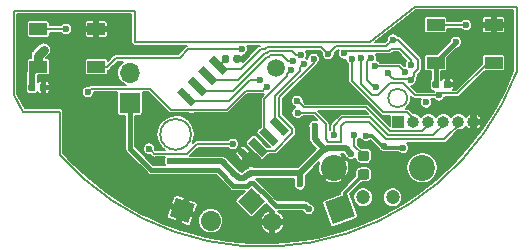
<source format=gbr>
%TF.GenerationSoftware,KiCad,Pcbnew,5.0.1-33cea8e~68~ubuntu18.04.1*%
%TF.CreationDate,2018-12-05T11:57:00+01:00*%
%TF.ProjectId,lightball,6C6967687462616C6C2E6B696361645F,rev?*%
%TF.SameCoordinates,Original*%
%TF.FileFunction,Copper,L2,Bot,Signal*%
%TF.FilePolarity,Positive*%
%FSLAX46Y46*%
G04 Gerber Fmt 4.6, Leading zero omitted, Abs format (unit mm)*
G04 Created by KiCad (PCBNEW 5.0.1-33cea8e~68~ubuntu18.04.1) date Mi 05 Dez 2018 11:57:00 CET*
%MOMM*%
%LPD*%
G01*
G04 APERTURE LIST*
%ADD10C,0.150000*%
%ADD11C,0.100000*%
%ADD12C,0.590000*%
%ADD13C,0.875000*%
%ADD14C,2.000000*%
%ADD15C,1.600000*%
%ADD16C,1.500000*%
%ADD17C,2.200000*%
%ADD18C,1.200000*%
%ADD19O,1.700000X1.700000*%
%ADD20R,1.700000X1.700000*%
%ADD21C,1.700000*%
%ADD22C,1.700000*%
%ADD23R,1.000000X1.000000*%
%ADD24O,1.000000X1.000000*%
%ADD25R,1.500000X1.000000*%
%ADD26C,0.650000*%
%ADD27C,0.600000*%
%ADD28C,0.300000*%
%ADD29C,0.154000*%
%ADD30C,0.800000*%
%ADD31C,0.400000*%
%ADD32C,0.500000*%
%ADD33C,0.200000*%
G04 APERTURE END LIST*
D10*
X73975000Y-113550000D02*
X72575000Y-113550000D01*
X73975000Y-117200000D02*
X73975000Y-113550000D01*
X112660414Y-110153935D02*
G75*
G02X73975000Y-117200000I-21460414J8103935D01*
G01*
X112675000Y-104650000D02*
X112663015Y-110154914D01*
X104050000Y-104650000D02*
X112675000Y-104650000D01*
X100250000Y-107650000D02*
X104050000Y-104650000D01*
X80300000Y-107650000D02*
X100250000Y-107650000D01*
X80300000Y-105000000D02*
X80300000Y-107650000D01*
X70050000Y-105000000D02*
X80300000Y-105000000D01*
X70050000Y-112150000D02*
X70050000Y-105000000D01*
X70850000Y-113550000D02*
X70050000Y-112150000D01*
X72575000Y-113550000D02*
X70850000Y-113550000D01*
X103375000Y-112400000D02*
G75*
G03X103375000Y-112400000I-800000J0D01*
G01*
X85075000Y-115475000D02*
G75*
G03X85075000Y-115475000I-1300000J0D01*
G01*
D11*
G36*
X105976958Y-110930710D02*
X105991276Y-110932834D01*
X106005317Y-110936351D01*
X106018946Y-110941228D01*
X106032031Y-110947417D01*
X106044447Y-110954858D01*
X106056073Y-110963481D01*
X106066798Y-110973202D01*
X106076519Y-110983927D01*
X106085142Y-110995553D01*
X106092583Y-111007969D01*
X106098772Y-111021054D01*
X106103649Y-111034683D01*
X106107166Y-111048724D01*
X106109290Y-111063042D01*
X106110000Y-111077500D01*
X106110000Y-111422500D01*
X106109290Y-111436958D01*
X106107166Y-111451276D01*
X106103649Y-111465317D01*
X106098772Y-111478946D01*
X106092583Y-111492031D01*
X106085142Y-111504447D01*
X106076519Y-111516073D01*
X106066798Y-111526798D01*
X106056073Y-111536519D01*
X106044447Y-111545142D01*
X106032031Y-111552583D01*
X106018946Y-111558772D01*
X106005317Y-111563649D01*
X105991276Y-111567166D01*
X105976958Y-111569290D01*
X105962500Y-111570000D01*
X105667500Y-111570000D01*
X105653042Y-111569290D01*
X105638724Y-111567166D01*
X105624683Y-111563649D01*
X105611054Y-111558772D01*
X105597969Y-111552583D01*
X105585553Y-111545142D01*
X105573927Y-111536519D01*
X105563202Y-111526798D01*
X105553481Y-111516073D01*
X105544858Y-111504447D01*
X105537417Y-111492031D01*
X105531228Y-111478946D01*
X105526351Y-111465317D01*
X105522834Y-111451276D01*
X105520710Y-111436958D01*
X105520000Y-111422500D01*
X105520000Y-111077500D01*
X105520710Y-111063042D01*
X105522834Y-111048724D01*
X105526351Y-111034683D01*
X105531228Y-111021054D01*
X105537417Y-111007969D01*
X105544858Y-110995553D01*
X105553481Y-110983927D01*
X105563202Y-110973202D01*
X105573927Y-110963481D01*
X105585553Y-110954858D01*
X105597969Y-110947417D01*
X105611054Y-110941228D01*
X105624683Y-110936351D01*
X105638724Y-110932834D01*
X105653042Y-110930710D01*
X105667500Y-110930000D01*
X105962500Y-110930000D01*
X105976958Y-110930710D01*
X105976958Y-110930710D01*
G37*
D12*
X105815000Y-111250000D03*
D11*
G36*
X106946958Y-110930710D02*
X106961276Y-110932834D01*
X106975317Y-110936351D01*
X106988946Y-110941228D01*
X107002031Y-110947417D01*
X107014447Y-110954858D01*
X107026073Y-110963481D01*
X107036798Y-110973202D01*
X107046519Y-110983927D01*
X107055142Y-110995553D01*
X107062583Y-111007969D01*
X107068772Y-111021054D01*
X107073649Y-111034683D01*
X107077166Y-111048724D01*
X107079290Y-111063042D01*
X107080000Y-111077500D01*
X107080000Y-111422500D01*
X107079290Y-111436958D01*
X107077166Y-111451276D01*
X107073649Y-111465317D01*
X107068772Y-111478946D01*
X107062583Y-111492031D01*
X107055142Y-111504447D01*
X107046519Y-111516073D01*
X107036798Y-111526798D01*
X107026073Y-111536519D01*
X107014447Y-111545142D01*
X107002031Y-111552583D01*
X106988946Y-111558772D01*
X106975317Y-111563649D01*
X106961276Y-111567166D01*
X106946958Y-111569290D01*
X106932500Y-111570000D01*
X106637500Y-111570000D01*
X106623042Y-111569290D01*
X106608724Y-111567166D01*
X106594683Y-111563649D01*
X106581054Y-111558772D01*
X106567969Y-111552583D01*
X106555553Y-111545142D01*
X106543927Y-111536519D01*
X106533202Y-111526798D01*
X106523481Y-111516073D01*
X106514858Y-111504447D01*
X106507417Y-111492031D01*
X106501228Y-111478946D01*
X106496351Y-111465317D01*
X106492834Y-111451276D01*
X106490710Y-111436958D01*
X106490000Y-111422500D01*
X106490000Y-111077500D01*
X106490710Y-111063042D01*
X106492834Y-111048724D01*
X106496351Y-111034683D01*
X106501228Y-111021054D01*
X106507417Y-111007969D01*
X106514858Y-110995553D01*
X106523481Y-110983927D01*
X106533202Y-110973202D01*
X106543927Y-110963481D01*
X106555553Y-110954858D01*
X106567969Y-110947417D01*
X106581054Y-110941228D01*
X106594683Y-110936351D01*
X106608724Y-110932834D01*
X106623042Y-110930710D01*
X106637500Y-110930000D01*
X106932500Y-110930000D01*
X106946958Y-110930710D01*
X106946958Y-110930710D01*
G37*
D12*
X106785000Y-111250000D03*
D11*
G36*
X99967611Y-118425493D02*
X99988846Y-118428643D01*
X100009670Y-118433859D01*
X100029882Y-118441091D01*
X100049288Y-118450270D01*
X100067701Y-118461306D01*
X100084944Y-118474094D01*
X100100850Y-118488510D01*
X100115266Y-118504416D01*
X100128054Y-118521659D01*
X100139090Y-118540072D01*
X100148269Y-118559478D01*
X100155501Y-118579690D01*
X100160717Y-118600514D01*
X100163867Y-118621749D01*
X100164920Y-118643190D01*
X100164920Y-119080690D01*
X100163867Y-119102131D01*
X100160717Y-119123366D01*
X100155501Y-119144190D01*
X100148269Y-119164402D01*
X100139090Y-119183808D01*
X100128054Y-119202221D01*
X100115266Y-119219464D01*
X100100850Y-119235370D01*
X100084944Y-119249786D01*
X100067701Y-119262574D01*
X100049288Y-119273610D01*
X100029882Y-119282789D01*
X100009670Y-119290021D01*
X99988846Y-119295237D01*
X99967611Y-119298387D01*
X99946170Y-119299440D01*
X99433670Y-119299440D01*
X99412229Y-119298387D01*
X99390994Y-119295237D01*
X99370170Y-119290021D01*
X99349958Y-119282789D01*
X99330552Y-119273610D01*
X99312139Y-119262574D01*
X99294896Y-119249786D01*
X99278990Y-119235370D01*
X99264574Y-119219464D01*
X99251786Y-119202221D01*
X99240750Y-119183808D01*
X99231571Y-119164402D01*
X99224339Y-119144190D01*
X99219123Y-119123366D01*
X99215973Y-119102131D01*
X99214920Y-119080690D01*
X99214920Y-118643190D01*
X99215973Y-118621749D01*
X99219123Y-118600514D01*
X99224339Y-118579690D01*
X99231571Y-118559478D01*
X99240750Y-118540072D01*
X99251786Y-118521659D01*
X99264574Y-118504416D01*
X99278990Y-118488510D01*
X99294896Y-118474094D01*
X99312139Y-118461306D01*
X99330552Y-118450270D01*
X99349958Y-118441091D01*
X99370170Y-118433859D01*
X99390994Y-118428643D01*
X99412229Y-118425493D01*
X99433670Y-118424440D01*
X99946170Y-118424440D01*
X99967611Y-118425493D01*
X99967611Y-118425493D01*
G37*
D13*
X99689920Y-118861940D03*
D11*
G36*
X99967611Y-116850493D02*
X99988846Y-116853643D01*
X100009670Y-116858859D01*
X100029882Y-116866091D01*
X100049288Y-116875270D01*
X100067701Y-116886306D01*
X100084944Y-116899094D01*
X100100850Y-116913510D01*
X100115266Y-116929416D01*
X100128054Y-116946659D01*
X100139090Y-116965072D01*
X100148269Y-116984478D01*
X100155501Y-117004690D01*
X100160717Y-117025514D01*
X100163867Y-117046749D01*
X100164920Y-117068190D01*
X100164920Y-117505690D01*
X100163867Y-117527131D01*
X100160717Y-117548366D01*
X100155501Y-117569190D01*
X100148269Y-117589402D01*
X100139090Y-117608808D01*
X100128054Y-117627221D01*
X100115266Y-117644464D01*
X100100850Y-117660370D01*
X100084944Y-117674786D01*
X100067701Y-117687574D01*
X100049288Y-117698610D01*
X100029882Y-117707789D01*
X100009670Y-117715021D01*
X99988846Y-117720237D01*
X99967611Y-117723387D01*
X99946170Y-117724440D01*
X99433670Y-117724440D01*
X99412229Y-117723387D01*
X99390994Y-117720237D01*
X99370170Y-117715021D01*
X99349958Y-117707789D01*
X99330552Y-117698610D01*
X99312139Y-117687574D01*
X99294896Y-117674786D01*
X99278990Y-117660370D01*
X99264574Y-117644464D01*
X99251786Y-117627221D01*
X99240750Y-117608808D01*
X99231571Y-117589402D01*
X99224339Y-117569190D01*
X99219123Y-117548366D01*
X99215973Y-117527131D01*
X99214920Y-117505690D01*
X99214920Y-117068190D01*
X99215973Y-117046749D01*
X99219123Y-117025514D01*
X99224339Y-117004690D01*
X99231571Y-116984478D01*
X99240750Y-116965072D01*
X99251786Y-116946659D01*
X99264574Y-116929416D01*
X99278990Y-116913510D01*
X99294896Y-116899094D01*
X99312139Y-116886306D01*
X99330552Y-116875270D01*
X99349958Y-116866091D01*
X99370170Y-116858859D01*
X99390994Y-116853643D01*
X99412229Y-116850493D01*
X99433670Y-116849440D01*
X99946170Y-116849440D01*
X99967611Y-116850493D01*
X99967611Y-116850493D01*
G37*
D13*
X99689920Y-117286940D03*
D11*
G36*
X88160398Y-108758470D02*
X88174716Y-108760594D01*
X88188757Y-108764111D01*
X88202386Y-108768988D01*
X88215471Y-108775177D01*
X88227887Y-108782618D01*
X88239513Y-108791241D01*
X88250238Y-108800962D01*
X88259959Y-108811687D01*
X88268582Y-108823313D01*
X88276023Y-108835729D01*
X88282212Y-108848814D01*
X88287089Y-108862443D01*
X88290606Y-108876484D01*
X88292730Y-108890802D01*
X88293440Y-108905260D01*
X88293440Y-109250260D01*
X88292730Y-109264718D01*
X88290606Y-109279036D01*
X88287089Y-109293077D01*
X88282212Y-109306706D01*
X88276023Y-109319791D01*
X88268582Y-109332207D01*
X88259959Y-109343833D01*
X88250238Y-109354558D01*
X88239513Y-109364279D01*
X88227887Y-109372902D01*
X88215471Y-109380343D01*
X88202386Y-109386532D01*
X88188757Y-109391409D01*
X88174716Y-109394926D01*
X88160398Y-109397050D01*
X88145940Y-109397760D01*
X87850940Y-109397760D01*
X87836482Y-109397050D01*
X87822164Y-109394926D01*
X87808123Y-109391409D01*
X87794494Y-109386532D01*
X87781409Y-109380343D01*
X87768993Y-109372902D01*
X87757367Y-109364279D01*
X87746642Y-109354558D01*
X87736921Y-109343833D01*
X87728298Y-109332207D01*
X87720857Y-109319791D01*
X87714668Y-109306706D01*
X87709791Y-109293077D01*
X87706274Y-109279036D01*
X87704150Y-109264718D01*
X87703440Y-109250260D01*
X87703440Y-108905260D01*
X87704150Y-108890802D01*
X87706274Y-108876484D01*
X87709791Y-108862443D01*
X87714668Y-108848814D01*
X87720857Y-108835729D01*
X87728298Y-108823313D01*
X87736921Y-108811687D01*
X87746642Y-108800962D01*
X87757367Y-108791241D01*
X87768993Y-108782618D01*
X87781409Y-108775177D01*
X87794494Y-108768988D01*
X87808123Y-108764111D01*
X87822164Y-108760594D01*
X87836482Y-108758470D01*
X87850940Y-108757760D01*
X88145940Y-108757760D01*
X88160398Y-108758470D01*
X88160398Y-108758470D01*
G37*
D12*
X87998440Y-109077760D03*
D11*
G36*
X89130398Y-108758470D02*
X89144716Y-108760594D01*
X89158757Y-108764111D01*
X89172386Y-108768988D01*
X89185471Y-108775177D01*
X89197887Y-108782618D01*
X89209513Y-108791241D01*
X89220238Y-108800962D01*
X89229959Y-108811687D01*
X89238582Y-108823313D01*
X89246023Y-108835729D01*
X89252212Y-108848814D01*
X89257089Y-108862443D01*
X89260606Y-108876484D01*
X89262730Y-108890802D01*
X89263440Y-108905260D01*
X89263440Y-109250260D01*
X89262730Y-109264718D01*
X89260606Y-109279036D01*
X89257089Y-109293077D01*
X89252212Y-109306706D01*
X89246023Y-109319791D01*
X89238582Y-109332207D01*
X89229959Y-109343833D01*
X89220238Y-109354558D01*
X89209513Y-109364279D01*
X89197887Y-109372902D01*
X89185471Y-109380343D01*
X89172386Y-109386532D01*
X89158757Y-109391409D01*
X89144716Y-109394926D01*
X89130398Y-109397050D01*
X89115940Y-109397760D01*
X88820940Y-109397760D01*
X88806482Y-109397050D01*
X88792164Y-109394926D01*
X88778123Y-109391409D01*
X88764494Y-109386532D01*
X88751409Y-109380343D01*
X88738993Y-109372902D01*
X88727367Y-109364279D01*
X88716642Y-109354558D01*
X88706921Y-109343833D01*
X88698298Y-109332207D01*
X88690857Y-109319791D01*
X88684668Y-109306706D01*
X88679791Y-109293077D01*
X88676274Y-109279036D01*
X88674150Y-109264718D01*
X88673440Y-109250260D01*
X88673440Y-108905260D01*
X88674150Y-108890802D01*
X88676274Y-108876484D01*
X88679791Y-108862443D01*
X88684668Y-108848814D01*
X88690857Y-108835729D01*
X88698298Y-108823313D01*
X88706921Y-108811687D01*
X88716642Y-108800962D01*
X88727367Y-108791241D01*
X88738993Y-108782618D01*
X88751409Y-108775177D01*
X88764494Y-108768988D01*
X88778123Y-108764111D01*
X88792164Y-108760594D01*
X88806482Y-108758470D01*
X88820940Y-108757760D01*
X89115940Y-108757760D01*
X89130398Y-108758470D01*
X89130398Y-108758470D01*
G37*
D12*
X88968440Y-109077760D03*
D14*
X97683320Y-121813320D03*
D11*
G36*
X97085648Y-123095033D02*
X96401607Y-121215648D01*
X98280992Y-120531607D01*
X98965033Y-122410992D01*
X97085648Y-123095033D01*
X97085648Y-123095033D01*
G37*
D15*
X90200000Y-121150000D03*
D11*
G36*
X89068629Y-121150000D02*
X90200000Y-120018629D01*
X91331371Y-121150000D01*
X90200000Y-122281371D01*
X89068629Y-121150000D01*
X89068629Y-121150000D01*
G37*
D15*
X91967767Y-122917767D03*
D16*
X92298520Y-109814360D03*
D17*
X97150000Y-118300000D03*
D18*
X99650000Y-120800000D03*
X102150000Y-120800000D03*
D17*
X104650000Y-118300000D03*
D19*
X79900000Y-110260000D03*
D20*
X79900000Y-112800000D03*
D21*
X84349101Y-121914869D03*
D11*
G36*
X84857123Y-123004325D02*
X83259645Y-122422891D01*
X83841079Y-120825413D01*
X85438557Y-121406847D01*
X84857123Y-123004325D01*
X84857123Y-123004325D01*
G37*
D21*
X86735920Y-122783600D03*
D22*
X86735920Y-122783600D02*
X86735920Y-122783600D01*
D11*
G36*
X72731958Y-111180710D02*
X72746276Y-111182834D01*
X72760317Y-111186351D01*
X72773946Y-111191228D01*
X72787031Y-111197417D01*
X72799447Y-111204858D01*
X72811073Y-111213481D01*
X72821798Y-111223202D01*
X72831519Y-111233927D01*
X72840142Y-111245553D01*
X72847583Y-111257969D01*
X72853772Y-111271054D01*
X72858649Y-111284683D01*
X72862166Y-111298724D01*
X72864290Y-111313042D01*
X72865000Y-111327500D01*
X72865000Y-111672500D01*
X72864290Y-111686958D01*
X72862166Y-111701276D01*
X72858649Y-111715317D01*
X72853772Y-111728946D01*
X72847583Y-111742031D01*
X72840142Y-111754447D01*
X72831519Y-111766073D01*
X72821798Y-111776798D01*
X72811073Y-111786519D01*
X72799447Y-111795142D01*
X72787031Y-111802583D01*
X72773946Y-111808772D01*
X72760317Y-111813649D01*
X72746276Y-111817166D01*
X72731958Y-111819290D01*
X72717500Y-111820000D01*
X72422500Y-111820000D01*
X72408042Y-111819290D01*
X72393724Y-111817166D01*
X72379683Y-111813649D01*
X72366054Y-111808772D01*
X72352969Y-111802583D01*
X72340553Y-111795142D01*
X72328927Y-111786519D01*
X72318202Y-111776798D01*
X72308481Y-111766073D01*
X72299858Y-111754447D01*
X72292417Y-111742031D01*
X72286228Y-111728946D01*
X72281351Y-111715317D01*
X72277834Y-111701276D01*
X72275710Y-111686958D01*
X72275000Y-111672500D01*
X72275000Y-111327500D01*
X72275710Y-111313042D01*
X72277834Y-111298724D01*
X72281351Y-111284683D01*
X72286228Y-111271054D01*
X72292417Y-111257969D01*
X72299858Y-111245553D01*
X72308481Y-111233927D01*
X72318202Y-111223202D01*
X72328927Y-111213481D01*
X72340553Y-111204858D01*
X72352969Y-111197417D01*
X72366054Y-111191228D01*
X72379683Y-111186351D01*
X72393724Y-111182834D01*
X72408042Y-111180710D01*
X72422500Y-111180000D01*
X72717500Y-111180000D01*
X72731958Y-111180710D01*
X72731958Y-111180710D01*
G37*
D12*
X72570000Y-111500000D03*
D11*
G36*
X71761958Y-111180710D02*
X71776276Y-111182834D01*
X71790317Y-111186351D01*
X71803946Y-111191228D01*
X71817031Y-111197417D01*
X71829447Y-111204858D01*
X71841073Y-111213481D01*
X71851798Y-111223202D01*
X71861519Y-111233927D01*
X71870142Y-111245553D01*
X71877583Y-111257969D01*
X71883772Y-111271054D01*
X71888649Y-111284683D01*
X71892166Y-111298724D01*
X71894290Y-111313042D01*
X71895000Y-111327500D01*
X71895000Y-111672500D01*
X71894290Y-111686958D01*
X71892166Y-111701276D01*
X71888649Y-111715317D01*
X71883772Y-111728946D01*
X71877583Y-111742031D01*
X71870142Y-111754447D01*
X71861519Y-111766073D01*
X71851798Y-111776798D01*
X71841073Y-111786519D01*
X71829447Y-111795142D01*
X71817031Y-111802583D01*
X71803946Y-111808772D01*
X71790317Y-111813649D01*
X71776276Y-111817166D01*
X71761958Y-111819290D01*
X71747500Y-111820000D01*
X71452500Y-111820000D01*
X71438042Y-111819290D01*
X71423724Y-111817166D01*
X71409683Y-111813649D01*
X71396054Y-111808772D01*
X71382969Y-111802583D01*
X71370553Y-111795142D01*
X71358927Y-111786519D01*
X71348202Y-111776798D01*
X71338481Y-111766073D01*
X71329858Y-111754447D01*
X71322417Y-111742031D01*
X71316228Y-111728946D01*
X71311351Y-111715317D01*
X71307834Y-111701276D01*
X71305710Y-111686958D01*
X71305000Y-111672500D01*
X71305000Y-111327500D01*
X71305710Y-111313042D01*
X71307834Y-111298724D01*
X71311351Y-111284683D01*
X71316228Y-111271054D01*
X71322417Y-111257969D01*
X71329858Y-111245553D01*
X71338481Y-111233927D01*
X71348202Y-111223202D01*
X71358927Y-111213481D01*
X71370553Y-111204858D01*
X71382969Y-111197417D01*
X71396054Y-111191228D01*
X71409683Y-111186351D01*
X71423724Y-111182834D01*
X71438042Y-111180710D01*
X71452500Y-111180000D01*
X71747500Y-111180000D01*
X71761958Y-111180710D01*
X71761958Y-111180710D01*
G37*
D12*
X71600000Y-111500000D03*
D23*
X102640000Y-114400000D03*
D24*
X103910000Y-114400000D03*
X105180000Y-114400000D03*
X106450000Y-114400000D03*
X107720000Y-114400000D03*
X108990000Y-114400000D03*
D25*
X72150000Y-109749930D03*
X72150000Y-106549930D03*
X77050000Y-109749930D03*
X77050000Y-106549930D03*
X105800000Y-109400000D03*
X105800000Y-106200000D03*
X110700000Y-109400000D03*
X110700000Y-106200000D03*
D26*
X92553658Y-114766821D03*
D11*
G36*
X93384508Y-115138052D02*
X92924889Y-115597671D01*
X91722808Y-114395590D01*
X92182427Y-113935971D01*
X93384508Y-115138052D01*
X93384508Y-115138052D01*
G37*
D26*
X91655633Y-115664847D03*
D11*
G36*
X92486483Y-116036078D02*
X92026864Y-116495697D01*
X90824783Y-115293616D01*
X91284402Y-114833997D01*
X92486483Y-116036078D01*
X92486483Y-116036078D01*
G37*
D26*
X90757607Y-116562873D03*
D11*
G36*
X91588457Y-116934104D02*
X91128838Y-117393723D01*
X89926757Y-116191642D01*
X90386376Y-115732023D01*
X91588457Y-116934104D01*
X91588457Y-116934104D01*
G37*
D26*
X89859581Y-117460898D03*
D11*
G36*
X90690431Y-117832129D02*
X90230812Y-118291748D01*
X89028731Y-117089667D01*
X89488350Y-116630048D01*
X90690431Y-117832129D01*
X90690431Y-117832129D01*
G37*
D26*
X84697702Y-112299019D03*
D11*
G36*
X85528552Y-112670250D02*
X85068933Y-113129869D01*
X83866852Y-111927788D01*
X84326471Y-111468169D01*
X85528552Y-112670250D01*
X85528552Y-112670250D01*
G37*
D26*
X85595727Y-111400993D03*
D11*
G36*
X86426577Y-111772224D02*
X85966958Y-112231843D01*
X84764877Y-111029762D01*
X85224496Y-110570143D01*
X86426577Y-111772224D01*
X86426577Y-111772224D01*
G37*
D26*
X86493753Y-110502967D03*
D11*
G36*
X87324603Y-110874198D02*
X86864984Y-111333817D01*
X85662903Y-110131736D01*
X86122522Y-109672117D01*
X87324603Y-110874198D01*
X87324603Y-110874198D01*
G37*
D26*
X87391779Y-109604942D03*
D11*
G36*
X88222629Y-109976173D02*
X87763010Y-110435792D01*
X86560929Y-109233711D01*
X87020548Y-108774092D01*
X88222629Y-109976173D01*
X88222629Y-109976173D01*
G37*
D27*
X89961720Y-118003320D03*
X97221040Y-113786920D03*
X98033840Y-111434880D03*
X97840800Y-112440720D03*
X96951800Y-111307880D03*
X96438720Y-112425480D03*
X99075000Y-112300000D03*
X95425000Y-112200000D03*
X97325000Y-110325000D03*
X72500000Y-112750000D03*
X75250000Y-109750000D03*
X79000000Y-106500000D03*
X81700000Y-108250000D03*
X105550000Y-107800000D03*
X95350000Y-120350000D03*
X108225000Y-113400000D03*
X102350000Y-108900000D03*
X107775000Y-106825000D03*
X110775000Y-110525000D03*
X110700000Y-108250000D03*
X108775000Y-111700000D03*
X106049999Y-117299999D03*
X106575000Y-118075000D03*
X101425000Y-117525000D03*
X102950000Y-117775000D03*
X89895680Y-114711480D03*
X89250520Y-109128560D03*
X94630240Y-123657360D03*
X74594720Y-117058440D03*
X76098400Y-118562120D03*
X77952600Y-120136920D03*
X96276160Y-123159520D03*
X98826320Y-118099840D03*
X100771960Y-118099840D03*
X99888040Y-122666760D03*
X101193600Y-122062240D03*
X103408480Y-120787160D03*
X110596680Y-113096040D03*
X111516160Y-111521240D03*
X112120680Y-109433360D03*
X112156240Y-107772200D03*
X112085120Y-105613200D03*
X83657440Y-108249720D03*
X79588360Y-107294680D03*
X79710280Y-105613200D03*
X78511400Y-105597960D03*
X70779640Y-107045760D03*
X71379080Y-112725200D03*
X73751440Y-110037880D03*
X76174600Y-113096040D03*
X76672440Y-114493040D03*
X78226920Y-114315240D03*
X81518760Y-115021360D03*
X82047080Y-113680240D03*
X79730600Y-118668800D03*
X86106000Y-119461280D03*
X87081360Y-119481600D03*
X83474560Y-120329960D03*
X89804240Y-113517680D03*
X87594440Y-114386360D03*
X87574120Y-115341400D03*
X89270840Y-113024920D03*
X75539600Y-105577640D03*
X73756520Y-105623360D03*
X70739000Y-105694480D03*
X70703440Y-111917480D03*
X79684880Y-121244360D03*
X81823560Y-122356880D03*
X84353400Y-123393200D03*
X85714840Y-123708160D03*
X88341200Y-124266960D03*
X90815160Y-124460000D03*
X93238320Y-124343160D03*
X96012000Y-123901200D03*
X104556560Y-120015000D03*
X107726480Y-117119400D03*
X110749080Y-105181400D03*
X109087920Y-105181400D03*
X107284520Y-105150920D03*
X93212920Y-113243360D03*
X96860360Y-120467120D03*
X104815640Y-110373160D03*
X94620080Y-116194840D03*
X93863160Y-116931440D03*
X100690680Y-116900960D03*
X100639880Y-119364760D03*
X95956120Y-122570240D03*
X97434400Y-120091200D03*
X103174800Y-106121200D03*
X83403440Y-119237760D03*
X87436960Y-116900960D03*
X101061520Y-108996480D03*
X88620600Y-116291360D03*
X81539080Y-116687600D03*
X72625080Y-108325010D03*
X107500000Y-107650000D03*
X95024998Y-121800000D03*
X99504818Y-108979331D03*
X106045000Y-112181640D03*
X95544654Y-114755346D03*
X94300000Y-119700000D03*
X102174683Y-107456462D03*
X96700000Y-108675020D03*
X103015016Y-116600000D03*
X98600000Y-117100000D03*
X83286600Y-117754400D03*
X101405652Y-116418652D03*
X101737160Y-110276640D03*
X103665465Y-110831357D03*
X104969033Y-112770164D03*
X99872800Y-115575080D03*
X76350000Y-111900000D03*
X91509703Y-111458481D03*
X98708219Y-109053653D03*
X94602764Y-109477939D03*
X93526920Y-110045798D03*
X95456329Y-109089392D03*
X90925543Y-110911877D03*
X93700002Y-109250000D03*
X94357545Y-108716437D03*
X100304829Y-108979031D03*
X100781747Y-111464987D03*
X103169562Y-110188545D03*
X100655895Y-109705847D03*
X98032725Y-108625020D03*
X103707782Y-109596652D03*
X94081600Y-112638840D03*
X94101920Y-113644680D03*
X108349984Y-106200000D03*
X89362398Y-108275010D03*
X74500000Y-106550000D03*
X97178588Y-115522619D03*
X98912834Y-115537814D03*
D28*
X90419200Y-117460898D02*
X90556080Y-117597778D01*
X89859581Y-117460898D02*
X90419200Y-117460898D01*
X90556080Y-117597778D02*
X90556080Y-117754400D01*
X90556080Y-117754400D02*
X90510360Y-117800120D01*
X90510360Y-117800120D02*
X90510360Y-117922040D01*
X90510360Y-117922040D02*
X90357960Y-118074440D01*
X90357960Y-118074440D02*
X90388440Y-118104920D01*
X90388440Y-118104920D02*
X90998040Y-118104920D01*
X90998040Y-118104920D02*
X90754200Y-117861080D01*
X90754200Y-117861080D02*
X90749120Y-117861080D01*
X90749120Y-117861080D02*
X90749120Y-117835680D01*
D29*
X101158000Y-108900000D02*
X101061520Y-108996480D01*
X102350000Y-108900000D02*
X101158000Y-108900000D01*
X81839079Y-116987599D02*
X81539080Y-116687600D01*
X84738958Y-117125002D02*
X81976482Y-117125002D01*
X81976482Y-117125002D02*
X81839079Y-116987599D01*
X88620600Y-116291360D02*
X85572600Y-116291360D01*
X85572600Y-116291360D02*
X84738958Y-117125002D01*
D30*
X72150000Y-109749930D02*
X72150000Y-108800090D01*
X72150000Y-108800090D02*
X72625080Y-108325010D01*
D31*
X105800000Y-109400000D02*
X105800000Y-109350000D01*
X105800000Y-109350000D02*
X107500000Y-107650000D01*
X105815000Y-109415000D02*
X105800000Y-109400000D01*
X105815000Y-111250000D02*
X105815000Y-109415000D01*
D32*
X71600000Y-110299930D02*
X72150000Y-109749930D01*
X71600000Y-111500000D02*
X71600000Y-110299930D01*
D31*
X92257880Y-121574560D02*
X92332439Y-121500001D01*
X94724999Y-121500001D02*
X95024998Y-121800000D01*
X90034309Y-119618619D02*
X90365691Y-119618619D01*
X81716158Y-118489962D02*
X87329964Y-118489962D01*
X92332439Y-121500001D02*
X94724999Y-121500001D01*
X91731381Y-121048061D02*
X92257880Y-121574560D01*
X88668619Y-119828617D02*
X89824311Y-119828617D01*
X79900000Y-112800000D02*
X79900000Y-116673804D01*
X79900000Y-116673804D02*
X81716158Y-118489962D01*
X87329964Y-118489962D02*
X88668619Y-119828617D01*
X89824311Y-119828617D02*
X90034309Y-119618619D01*
X90365691Y-119618619D02*
X91731381Y-120984309D01*
X91731381Y-120984309D02*
X91731381Y-121048061D01*
D29*
X107636870Y-112002010D02*
X110238880Y-109400000D01*
X106250030Y-112002010D02*
X107636870Y-112002010D01*
X106073828Y-112178212D02*
X106250030Y-112002010D01*
X110238880Y-109400000D02*
X110700000Y-109400000D01*
X104057147Y-112178212D02*
X106073828Y-112178212D01*
X100893880Y-112130840D02*
X101891150Y-111133570D01*
X101891150Y-111133570D02*
X103012505Y-111133570D01*
X103012505Y-111133570D02*
X104057147Y-112178212D01*
X99504818Y-108979331D02*
X99504818Y-111173578D01*
D33*
X100771960Y-112130840D02*
X100760753Y-112119633D01*
X100893880Y-112130840D02*
X100771960Y-112130840D01*
X100760753Y-112119633D02*
X100405153Y-112119633D01*
X100405153Y-112119633D02*
X99496880Y-111211360D01*
X99496880Y-111211360D02*
X99496880Y-111064040D01*
D32*
X94300000Y-119700000D02*
X94300000Y-118950000D01*
X95544654Y-115894654D02*
X95544654Y-114755346D01*
X96450000Y-116800000D02*
X95544654Y-115894654D01*
D33*
X97350010Y-108025010D02*
X101606135Y-108025010D01*
X101606135Y-108025010D02*
X101874684Y-107756461D01*
X96700000Y-108675020D02*
X97350010Y-108025010D01*
X101874684Y-107756461D02*
X102174683Y-107456462D01*
D32*
X98375000Y-116875000D02*
X98600000Y-117100000D01*
D28*
X103015016Y-116600000D02*
X101386306Y-116600000D01*
D32*
X89168729Y-119158838D02*
X88892051Y-118882160D01*
X89541535Y-119158838D02*
X89168729Y-119158838D01*
X88892051Y-118882160D02*
X88833905Y-118882160D01*
X94300000Y-118950000D02*
X94100080Y-118750080D01*
X89818213Y-118882160D02*
X89541535Y-119158838D01*
X89951560Y-118882160D02*
X89818213Y-118882160D01*
X90083640Y-118750080D02*
X89951560Y-118882160D01*
X94100080Y-118750080D02*
X90083640Y-118750080D01*
X88833905Y-118882160D02*
X87706145Y-117754400D01*
X87706145Y-117754400D02*
X83710864Y-117754400D01*
X83710864Y-117754400D02*
X83286600Y-117754400D01*
D29*
X87664272Y-109411928D02*
X87651432Y-109411928D01*
X87998440Y-109077760D02*
X87664272Y-109411928D01*
X87651432Y-109411928D02*
X87518240Y-109545120D01*
X89347040Y-109910880D02*
X87680800Y-109910880D01*
X91352064Y-108239560D02*
X91018360Y-108239560D01*
X91512287Y-108079337D02*
X91352064Y-108239560D01*
X96104317Y-108079337D02*
X91512287Y-108079337D01*
X96700000Y-108675020D02*
X96104317Y-108079337D01*
X91018360Y-108239560D02*
X89347040Y-109910880D01*
D28*
X101386306Y-116600000D02*
X101386306Y-116437998D01*
X101386306Y-116437998D02*
X101405652Y-116418652D01*
D29*
X103565960Y-110779560D02*
X102240080Y-110779560D01*
X102037159Y-110576639D02*
X101737160Y-110276640D01*
X102240080Y-110779560D02*
X102037159Y-110576639D01*
D33*
X103965464Y-110274374D02*
X103965464Y-110531358D01*
X102174683Y-107456462D02*
X102598947Y-107456462D01*
X102598947Y-107456462D02*
X104307784Y-109165299D01*
X104307784Y-109932054D02*
X103965464Y-110274374D01*
X104307784Y-109165299D02*
X104307784Y-109932054D01*
X103965464Y-110531358D02*
X103665465Y-110831357D01*
D32*
X98201640Y-116626640D02*
X98375000Y-116800000D01*
X96623360Y-116626640D02*
X98201640Y-116626640D01*
X96450000Y-116800000D02*
X96623360Y-116626640D01*
X94300000Y-118765360D02*
X94300000Y-118950000D01*
X96450000Y-116800000D02*
X96265360Y-116800000D01*
X96265360Y-116800000D02*
X94300000Y-118765360D01*
D28*
X100361386Y-115575080D02*
X100297064Y-115575080D01*
X100297064Y-115575080D02*
X99872800Y-115575080D01*
X101386306Y-116600000D02*
X100361386Y-115575080D01*
D29*
X85183676Y-113406879D02*
X85220195Y-113370360D01*
X89693037Y-111768289D02*
X91199895Y-111768289D01*
X88090966Y-113370360D02*
X89693037Y-111768289D01*
X84954190Y-113406879D02*
X85183676Y-113406879D01*
X91209704Y-111758480D02*
X91509703Y-111458481D01*
X84917671Y-113370360D02*
X84954190Y-113406879D01*
X85220195Y-113370360D02*
X88090966Y-113370360D01*
X81600001Y-111600001D02*
X83370360Y-113370360D01*
X83370360Y-113370360D02*
X84917671Y-113370360D01*
X76649999Y-111600001D02*
X81600001Y-111600001D01*
X91199895Y-111768289D02*
X91209704Y-111758480D01*
X76350000Y-111900000D02*
X76649999Y-111600001D01*
X104170000Y-114400000D02*
X104170000Y-114170000D01*
X103955000Y-114615000D02*
X104170000Y-114400000D01*
X104170000Y-114400000D02*
X103374010Y-113604010D01*
X103374010Y-113604010D02*
X101353364Y-113604010D01*
X101353364Y-113604010D02*
X98708219Y-110958865D01*
X98708219Y-109477917D02*
X98708219Y-109053653D01*
X98708219Y-110958865D02*
X98708219Y-109477917D01*
X92808838Y-115430861D02*
X92800000Y-115422023D01*
X92161360Y-112227360D02*
X94302765Y-110085955D01*
X94302765Y-110085955D02*
X94302765Y-109777938D01*
X94302765Y-109777938D02*
X94602764Y-109477939D01*
X92161360Y-114345720D02*
X92161360Y-112227360D01*
X91287600Y-115255040D02*
X91287600Y-112498464D01*
X93226921Y-110559143D02*
X93226921Y-110345797D01*
X91287600Y-112498464D02*
X93226921Y-110559143D01*
X93226921Y-110345797D02*
X93526920Y-110045798D01*
X92196920Y-116860320D02*
X91196160Y-116860320D01*
X95456329Y-109440391D02*
X92557600Y-112339120D01*
X95456329Y-109089392D02*
X95456329Y-109440391D01*
X93661518Y-115022918D02*
X93661518Y-115395722D01*
X92557600Y-113919000D02*
X93661518Y-115022918D01*
X92557600Y-112339120D02*
X92557600Y-113919000D01*
X93661518Y-115395722D02*
X92196920Y-116860320D01*
X85135720Y-112628680D02*
X88331999Y-112628680D01*
X88331999Y-112628680D02*
X90048802Y-110911877D01*
X90048802Y-110911877D02*
X90501279Y-110911877D01*
X90501279Y-110911877D02*
X90925543Y-110911877D01*
X93254122Y-109250000D02*
X93275738Y-109250000D01*
X92791481Y-108787359D02*
X93254122Y-109250000D01*
X85918040Y-111795560D02*
X88664472Y-111795560D01*
X91805559Y-108787359D02*
X92791481Y-108787359D01*
X88664472Y-111795560D02*
X91512450Y-108947582D01*
X91645336Y-108947582D02*
X91805559Y-108787359D01*
X91512450Y-108947582D02*
X91645336Y-108947582D01*
X93275738Y-109250000D02*
X93700002Y-109250000D01*
X91498700Y-108593571D02*
X91658923Y-108433348D01*
X86771480Y-110891320D02*
X89068066Y-110891320D01*
X89068066Y-110891320D02*
X91365814Y-108593571D01*
X91365814Y-108593571D02*
X91498700Y-108593571D01*
X93933281Y-108716437D02*
X94357545Y-108716437D01*
X93650192Y-108433348D02*
X93933281Y-108716437D01*
X91658923Y-108433348D02*
X93650192Y-108433348D01*
X100304829Y-108979031D02*
X100004830Y-109279030D01*
X100004830Y-109279030D02*
X100004830Y-110881110D01*
X100004830Y-110881110D02*
X100512601Y-111388881D01*
X100512601Y-111388881D02*
X100705641Y-111388881D01*
X100705641Y-111388881D02*
X100781747Y-111464987D01*
X101080159Y-109705847D02*
X100655895Y-109705847D01*
X103169562Y-110188545D02*
X102686864Y-109705847D01*
X102686864Y-109705847D02*
X101080159Y-109705847D01*
X98070201Y-108675049D02*
X98070201Y-108662496D01*
X98070201Y-108662496D02*
X98032725Y-108625020D01*
X101864259Y-108402021D02*
X102041960Y-108224320D01*
X98032725Y-108625020D02*
X98255724Y-108402021D01*
X98255724Y-108402021D02*
X101864259Y-108402021D01*
X102041960Y-108224320D02*
X102748080Y-108224320D01*
X102748080Y-108224320D02*
X103718360Y-109194600D01*
X103718360Y-109194600D02*
X103718360Y-109499400D01*
X104662999Y-115177001D02*
X101918399Y-115177001D01*
X94381599Y-112938839D02*
X94081600Y-112638840D01*
X94615279Y-113172519D02*
X94381599Y-112938839D01*
X99913917Y-113172519D02*
X94615279Y-113172519D01*
X105440000Y-114400000D02*
X104662999Y-115177001D01*
X101918399Y-115177001D02*
X99913917Y-113172519D01*
X106494977Y-115885023D02*
X101625127Y-115885023D01*
X107980000Y-114400000D02*
X106494977Y-115885023D01*
X97775000Y-116075000D02*
X97750371Y-116099629D01*
X101625127Y-115885023D02*
X100165104Y-114425000D01*
X94526184Y-113644680D02*
X94101920Y-113644680D01*
X96699629Y-116099629D02*
X96500000Y-115900000D01*
X95544680Y-113644680D02*
X94526184Y-113644680D01*
X96500000Y-115900000D02*
X96500000Y-114600000D01*
X97750371Y-116099629D02*
X96699629Y-116099629D01*
X98125000Y-114425000D02*
X97775000Y-114775000D01*
X96500000Y-114600000D02*
X95544680Y-113644680D01*
X97775000Y-114775000D02*
X97775000Y-116075000D01*
X100165104Y-114425000D02*
X98125000Y-114425000D01*
D33*
X105800000Y-106200000D02*
X108349984Y-106200000D01*
X84836110Y-108275010D02*
X89362398Y-108275010D01*
X78749930Y-109000000D02*
X84111120Y-109000000D01*
X77050000Y-109749930D02*
X78000000Y-109749930D01*
X84111120Y-109000000D02*
X84836110Y-108275010D01*
X78000000Y-109749930D02*
X78749930Y-109000000D01*
X72150000Y-106549930D02*
X74499930Y-106549930D01*
X74499930Y-106549930D02*
X74500000Y-106550000D01*
D29*
X106710000Y-114400000D02*
X105578988Y-115531012D01*
X101771763Y-115531012D02*
X100265751Y-114025000D01*
X100265751Y-114025000D02*
X97900000Y-114025000D01*
X97900000Y-114025000D02*
X97178588Y-114746412D01*
X97178588Y-115098355D02*
X97178588Y-115522619D01*
X97178588Y-114746412D02*
X97178588Y-115098355D01*
X105578988Y-115531012D02*
X101771763Y-115531012D01*
D28*
X99689920Y-118861940D02*
X98079560Y-120472300D01*
X98079560Y-120472300D02*
X98079560Y-121793000D01*
D29*
X99800000Y-117350000D02*
X99800000Y-117375000D01*
X99600000Y-117150000D02*
X99800000Y-117350000D01*
X98912834Y-115537814D02*
X98912834Y-116462834D01*
X98912834Y-116462834D02*
X99600000Y-117150000D01*
G36*
X112357168Y-110084976D02*
X111630569Y-111789481D01*
X110743938Y-113464907D01*
X109720213Y-115060277D01*
X108566596Y-116564370D01*
X107291157Y-117966667D01*
X105902847Y-119257322D01*
X104411408Y-120427277D01*
X102827303Y-121468327D01*
X101161634Y-122373175D01*
X99426115Y-123135461D01*
X97632873Y-123749856D01*
X95794510Y-124212041D01*
X93923937Y-124518773D01*
X92034230Y-124667906D01*
X90138690Y-124658388D01*
X88250601Y-124490291D01*
X86383186Y-124164789D01*
X84549554Y-123684166D01*
X82762588Y-123051801D01*
X82508069Y-122936947D01*
X84165454Y-122936947D01*
X84199970Y-123010966D01*
X84756736Y-123213612D01*
X84799495Y-123229175D01*
X84844469Y-123236098D01*
X84889928Y-123234113D01*
X84934127Y-123223298D01*
X84975367Y-123204067D01*
X85012062Y-123177161D01*
X85042804Y-123143613D01*
X85066410Y-123104711D01*
X85183284Y-122783600D01*
X85649690Y-122783600D01*
X85670562Y-122995513D01*
X85732374Y-123199282D01*
X85832753Y-123387077D01*
X85967839Y-123551681D01*
X86132443Y-123686767D01*
X86320238Y-123787146D01*
X86524007Y-123848958D01*
X86682820Y-123864600D01*
X86789020Y-123864600D01*
X86947833Y-123848958D01*
X87151602Y-123787146D01*
X87339397Y-123686767D01*
X87504001Y-123551681D01*
X87639087Y-123387077D01*
X87711143Y-123252269D01*
X90987266Y-123252269D01*
X91071364Y-123437128D01*
X91189910Y-123602028D01*
X91338349Y-123740632D01*
X91510976Y-123847614D01*
X91633265Y-123898268D01*
X91790767Y-123879860D01*
X91790767Y-123094767D01*
X92144767Y-123094767D01*
X92144767Y-123879860D01*
X92302269Y-123898268D01*
X92487128Y-123814170D01*
X92652028Y-123695624D01*
X92790632Y-123547185D01*
X92897614Y-123374558D01*
X92948268Y-123252269D01*
X92929860Y-123094767D01*
X92144767Y-123094767D01*
X91790767Y-123094767D01*
X91005674Y-123094767D01*
X90987266Y-123252269D01*
X87711143Y-123252269D01*
X87739466Y-123199282D01*
X87801278Y-122995513D01*
X87822150Y-122783600D01*
X87802419Y-122583265D01*
X90987266Y-122583265D01*
X91005674Y-122740767D01*
X91790767Y-122740767D01*
X91790767Y-121955674D01*
X91633265Y-121937266D01*
X91448406Y-122021364D01*
X91283506Y-122139910D01*
X91144902Y-122288349D01*
X91037920Y-122460976D01*
X90987266Y-122583265D01*
X87802419Y-122583265D01*
X87801278Y-122571687D01*
X87739466Y-122367918D01*
X87639087Y-122180123D01*
X87504001Y-122015519D01*
X87339397Y-121880433D01*
X87151602Y-121780054D01*
X86947833Y-121718242D01*
X86789020Y-121702600D01*
X86682820Y-121702600D01*
X86524007Y-121718242D01*
X86320238Y-121780054D01*
X86132443Y-121880433D01*
X85967839Y-122015519D01*
X85832753Y-122180123D01*
X85732374Y-122367918D01*
X85670562Y-122571687D01*
X85649690Y-122783600D01*
X85183284Y-122783600D01*
X85284619Y-122505186D01*
X85250104Y-122431167D01*
X84454889Y-122141732D01*
X84165454Y-122936947D01*
X82508069Y-122936947D01*
X81340865Y-122410237D01*
X83027872Y-122410237D01*
X83029858Y-122455697D01*
X83040673Y-122499896D01*
X83059903Y-122541136D01*
X83086810Y-122577832D01*
X83120358Y-122608573D01*
X83159260Y-122632178D01*
X83202018Y-122647741D01*
X83758784Y-122850387D01*
X83832803Y-122815872D01*
X84122238Y-122020657D01*
X83540939Y-121809081D01*
X84575964Y-121809081D01*
X85371179Y-122098516D01*
X85445198Y-122064000D01*
X85663407Y-121464474D01*
X85670330Y-121419501D01*
X85668344Y-121374041D01*
X85657529Y-121329842D01*
X85638299Y-121288602D01*
X85611392Y-121251906D01*
X85577844Y-121221165D01*
X85538942Y-121197560D01*
X85496184Y-121181997D01*
X84939418Y-120979351D01*
X84865399Y-121013866D01*
X84575964Y-121809081D01*
X83540939Y-121809081D01*
X83327023Y-121731222D01*
X83253004Y-121765738D01*
X83034795Y-122365264D01*
X83027872Y-122410237D01*
X81340865Y-122410237D01*
X81034782Y-122272115D01*
X79378301Y-121350597D01*
X79339524Y-121324552D01*
X83413583Y-121324552D01*
X83448098Y-121398571D01*
X84243313Y-121688006D01*
X84532748Y-120892791D01*
X84498232Y-120818772D01*
X83941466Y-120616126D01*
X83898707Y-120600563D01*
X83853733Y-120593640D01*
X83808274Y-120595625D01*
X83764075Y-120606440D01*
X83722835Y-120625671D01*
X83686140Y-120652577D01*
X83655398Y-120686125D01*
X83631792Y-120725027D01*
X83413583Y-121324552D01*
X79339524Y-121324552D01*
X77804724Y-120293689D01*
X76325112Y-119108818D01*
X74947868Y-117802425D01*
X74281000Y-117080319D01*
X74281000Y-113565027D01*
X74282480Y-113550000D01*
X74276572Y-113490014D01*
X74259074Y-113432332D01*
X74230660Y-113379173D01*
X74192421Y-113332579D01*
X74145827Y-113294340D01*
X74092668Y-113265926D01*
X74034986Y-113248428D01*
X73990027Y-113244000D01*
X73975000Y-113242520D01*
X73959973Y-113244000D01*
X71027579Y-113244000D01*
X70356000Y-112068739D01*
X70356000Y-111327500D01*
X71072883Y-111327500D01*
X71072883Y-111672500D01*
X71080177Y-111746560D01*
X71101780Y-111817773D01*
X71136860Y-111883404D01*
X71184070Y-111940930D01*
X71241596Y-111988140D01*
X71307227Y-112023220D01*
X71378440Y-112044823D01*
X71452500Y-112052117D01*
X71747500Y-112052117D01*
X71821560Y-112044823D01*
X71892773Y-112023220D01*
X71958404Y-111988140D01*
X72015930Y-111940930D01*
X72055225Y-111893049D01*
X72070290Y-111929419D01*
X72095570Y-111967254D01*
X72127746Y-111999429D01*
X72165580Y-112024709D01*
X72207619Y-112042123D01*
X72252248Y-112051000D01*
X72364750Y-112051000D01*
X72422500Y-111993250D01*
X72422500Y-111660000D01*
X72717500Y-111660000D01*
X72717500Y-111993250D01*
X72775250Y-112051000D01*
X72887752Y-112051000D01*
X72932381Y-112042123D01*
X72974420Y-112024709D01*
X73012254Y-111999429D01*
X73044430Y-111967254D01*
X73069710Y-111929419D01*
X73087123Y-111887380D01*
X73096000Y-111842751D01*
X73096000Y-111717750D01*
X73038250Y-111660000D01*
X72717500Y-111660000D01*
X72422500Y-111660000D01*
X72373000Y-111660000D01*
X72373000Y-111340000D01*
X72422500Y-111340000D01*
X72422500Y-111006750D01*
X72717500Y-111006750D01*
X72717500Y-111340000D01*
X73038250Y-111340000D01*
X73096000Y-111282250D01*
X73096000Y-111157249D01*
X73087123Y-111112620D01*
X73069710Y-111070581D01*
X73044430Y-111032746D01*
X73012254Y-111000571D01*
X72974420Y-110975291D01*
X72932381Y-110957877D01*
X72887752Y-110949000D01*
X72775250Y-110949000D01*
X72717500Y-111006750D01*
X72422500Y-111006750D01*
X72364750Y-110949000D01*
X72252248Y-110949000D01*
X72207619Y-110957877D01*
X72165580Y-110975291D01*
X72127746Y-111000571D01*
X72095570Y-111032746D01*
X72081000Y-111054552D01*
X72081000Y-110499166D01*
X72098119Y-110482047D01*
X72900000Y-110482047D01*
X72945284Y-110477587D01*
X72988827Y-110464378D01*
X73028957Y-110442928D01*
X73064132Y-110414062D01*
X73092998Y-110378887D01*
X73114448Y-110338757D01*
X73127657Y-110295214D01*
X73132117Y-110249930D01*
X73132117Y-109249930D01*
X73127657Y-109204646D01*
X73114448Y-109161103D01*
X73092998Y-109120973D01*
X73064132Y-109085798D01*
X73028957Y-109056932D01*
X72988827Y-109035482D01*
X72945284Y-109022273D01*
X72900000Y-109017813D01*
X72824645Y-109017813D01*
X73093183Y-108749276D01*
X73152276Y-108677271D01*
X73210869Y-108567652D01*
X73246950Y-108448708D01*
X73259133Y-108325010D01*
X73246950Y-108201312D01*
X73210869Y-108082369D01*
X73152276Y-107972749D01*
X73073423Y-107876667D01*
X72977341Y-107797814D01*
X72867721Y-107739221D01*
X72748778Y-107703140D01*
X72625080Y-107690957D01*
X72501382Y-107703140D01*
X72382438Y-107739221D01*
X72272819Y-107797814D01*
X72200814Y-107856907D01*
X71725732Y-108331990D01*
X71701658Y-108351747D01*
X71681900Y-108375822D01*
X71681897Y-108375825D01*
X71622804Y-108447830D01*
X71564211Y-108557449D01*
X71528130Y-108676393D01*
X71515948Y-108800090D01*
X71519001Y-108831090D01*
X71519001Y-109017813D01*
X71400000Y-109017813D01*
X71354716Y-109022273D01*
X71311173Y-109035482D01*
X71271043Y-109056932D01*
X71235868Y-109085798D01*
X71207002Y-109120973D01*
X71185552Y-109161103D01*
X71172343Y-109204646D01*
X71167883Y-109249930D01*
X71167883Y-110087995D01*
X71153465Y-110114969D01*
X71125960Y-110205638D01*
X71116673Y-110299930D01*
X71119001Y-110323566D01*
X71119000Y-111150010D01*
X71101780Y-111182227D01*
X71080177Y-111253440D01*
X71072883Y-111327500D01*
X70356000Y-111327500D01*
X70356000Y-106049930D01*
X71167883Y-106049930D01*
X71167883Y-107049930D01*
X71172343Y-107095214D01*
X71185552Y-107138757D01*
X71207002Y-107178887D01*
X71235868Y-107214062D01*
X71271043Y-107242928D01*
X71311173Y-107264378D01*
X71354716Y-107277587D01*
X71400000Y-107282047D01*
X72900000Y-107282047D01*
X72945284Y-107277587D01*
X72988827Y-107264378D01*
X73028957Y-107242928D01*
X73064132Y-107214062D01*
X73092998Y-107178887D01*
X73114448Y-107138757D01*
X73127657Y-107095214D01*
X73132117Y-107049930D01*
X73132117Y-106880930D01*
X74082493Y-106880930D01*
X74087546Y-106888493D01*
X74161507Y-106962454D01*
X74248477Y-107020566D01*
X74345113Y-107060594D01*
X74447701Y-107081000D01*
X74552299Y-107081000D01*
X74654887Y-107060594D01*
X74751523Y-107020566D01*
X74838493Y-106962454D01*
X74912454Y-106888493D01*
X74970566Y-106801523D01*
X74977542Y-106784680D01*
X76069000Y-106784680D01*
X76069000Y-107072681D01*
X76077877Y-107117310D01*
X76095290Y-107159349D01*
X76120570Y-107197184D01*
X76152746Y-107229359D01*
X76190580Y-107254639D01*
X76232619Y-107272053D01*
X76277248Y-107280930D01*
X76815250Y-107280930D01*
X76873000Y-107223180D01*
X76873000Y-106726930D01*
X77227000Y-106726930D01*
X77227000Y-107223180D01*
X77284750Y-107280930D01*
X77822752Y-107280930D01*
X77867381Y-107272053D01*
X77909420Y-107254639D01*
X77947254Y-107229359D01*
X77979430Y-107197184D01*
X78004710Y-107159349D01*
X78022123Y-107117310D01*
X78031000Y-107072681D01*
X78031000Y-106784680D01*
X77973250Y-106726930D01*
X77227000Y-106726930D01*
X76873000Y-106726930D01*
X76126750Y-106726930D01*
X76069000Y-106784680D01*
X74977542Y-106784680D01*
X75010594Y-106704887D01*
X75031000Y-106602299D01*
X75031000Y-106497701D01*
X75010594Y-106395113D01*
X74970566Y-106298477D01*
X74912454Y-106211507D01*
X74838493Y-106137546D01*
X74751523Y-106079434D01*
X74654887Y-106039406D01*
X74593418Y-106027179D01*
X76069000Y-106027179D01*
X76069000Y-106315180D01*
X76126750Y-106372930D01*
X76873000Y-106372930D01*
X76873000Y-105876680D01*
X77227000Y-105876680D01*
X77227000Y-106372930D01*
X77973250Y-106372930D01*
X78031000Y-106315180D01*
X78031000Y-106027179D01*
X78022123Y-105982550D01*
X78004710Y-105940511D01*
X77979430Y-105902676D01*
X77947254Y-105870501D01*
X77909420Y-105845221D01*
X77867381Y-105827807D01*
X77822752Y-105818930D01*
X77284750Y-105818930D01*
X77227000Y-105876680D01*
X76873000Y-105876680D01*
X76815250Y-105818930D01*
X76277248Y-105818930D01*
X76232619Y-105827807D01*
X76190580Y-105845221D01*
X76152746Y-105870501D01*
X76120570Y-105902676D01*
X76095290Y-105940511D01*
X76077877Y-105982550D01*
X76069000Y-106027179D01*
X74593418Y-106027179D01*
X74552299Y-106019000D01*
X74447701Y-106019000D01*
X74345113Y-106039406D01*
X74248477Y-106079434D01*
X74161507Y-106137546D01*
X74087546Y-106211507D01*
X74082586Y-106218930D01*
X73132117Y-106218930D01*
X73132117Y-106049930D01*
X73127657Y-106004646D01*
X73114448Y-105961103D01*
X73092998Y-105920973D01*
X73064132Y-105885798D01*
X73028957Y-105856932D01*
X72988827Y-105835482D01*
X72945284Y-105822273D01*
X72900000Y-105817813D01*
X71400000Y-105817813D01*
X71354716Y-105822273D01*
X71311173Y-105835482D01*
X71271043Y-105856932D01*
X71235868Y-105885798D01*
X71207002Y-105920973D01*
X71185552Y-105961103D01*
X71172343Y-106004646D01*
X71167883Y-106049930D01*
X70356000Y-106049930D01*
X70356000Y-105306000D01*
X79994000Y-105306000D01*
X79994001Y-107634963D01*
X79992520Y-107650000D01*
X79998428Y-107709986D01*
X80015926Y-107767668D01*
X80044340Y-107820827D01*
X80082579Y-107867421D01*
X80129173Y-107905660D01*
X80182332Y-107934074D01*
X80240014Y-107951572D01*
X80284973Y-107956000D01*
X80300000Y-107957480D01*
X80315027Y-107956000D01*
X84747487Y-107956000D01*
X84731331Y-107960901D01*
X84708829Y-107967727D01*
X84651327Y-107998462D01*
X84651325Y-107998463D01*
X84651326Y-107998463D01*
X84613551Y-108029464D01*
X84613547Y-108029468D01*
X84600926Y-108039826D01*
X84590568Y-108052447D01*
X83974016Y-108669000D01*
X78766176Y-108669000D01*
X78749929Y-108667400D01*
X78733682Y-108669000D01*
X78733675Y-108669000D01*
X78691227Y-108673181D01*
X78685042Y-108673790D01*
X78630778Y-108690251D01*
X78622649Y-108692717D01*
X78565147Y-108723452D01*
X78565145Y-108723453D01*
X78565146Y-108723453D01*
X78527371Y-108754454D01*
X78527367Y-108754458D01*
X78514746Y-108764816D01*
X78504388Y-108777437D01*
X78032097Y-109249728D01*
X78027657Y-109204646D01*
X78014448Y-109161103D01*
X77992998Y-109120973D01*
X77964132Y-109085798D01*
X77928957Y-109056932D01*
X77888827Y-109035482D01*
X77845284Y-109022273D01*
X77800000Y-109017813D01*
X76300000Y-109017813D01*
X76254716Y-109022273D01*
X76211173Y-109035482D01*
X76171043Y-109056932D01*
X76135868Y-109085798D01*
X76107002Y-109120973D01*
X76085552Y-109161103D01*
X76072343Y-109204646D01*
X76067883Y-109249930D01*
X76067883Y-110249930D01*
X76072343Y-110295214D01*
X76085552Y-110338757D01*
X76107002Y-110378887D01*
X76135868Y-110414062D01*
X76171043Y-110442928D01*
X76211173Y-110464378D01*
X76254716Y-110477587D01*
X76300000Y-110482047D01*
X77800000Y-110482047D01*
X77845284Y-110477587D01*
X77888827Y-110464378D01*
X77928957Y-110442928D01*
X77964132Y-110414062D01*
X77992998Y-110378887D01*
X78014448Y-110338757D01*
X78027657Y-110295214D01*
X78032117Y-110249930D01*
X78032117Y-110079368D01*
X78064887Y-110076140D01*
X78127281Y-110057213D01*
X78184783Y-110026478D01*
X78235184Y-109985114D01*
X78245547Y-109972487D01*
X78887035Y-109331000D01*
X79344853Y-109331000D01*
X79296523Y-109356833D01*
X79131919Y-109491919D01*
X78996833Y-109656523D01*
X78896454Y-109844318D01*
X78834642Y-110048087D01*
X78813770Y-110260000D01*
X78834642Y-110471913D01*
X78896454Y-110675682D01*
X78996833Y-110863477D01*
X79131919Y-111028081D01*
X79296523Y-111163167D01*
X79484318Y-111263546D01*
X79578123Y-111292001D01*
X76665119Y-111292001D01*
X76649999Y-111290512D01*
X76634879Y-111292001D01*
X76634871Y-111292001D01*
X76589620Y-111296458D01*
X76531562Y-111314070D01*
X76478056Y-111342669D01*
X76458280Y-111358899D01*
X76442907Y-111371515D01*
X76442903Y-111371519D01*
X76437452Y-111375992D01*
X76402299Y-111369000D01*
X76297701Y-111369000D01*
X76195113Y-111389406D01*
X76098477Y-111429434D01*
X76011507Y-111487546D01*
X75937546Y-111561507D01*
X75879434Y-111648477D01*
X75839406Y-111745113D01*
X75819000Y-111847701D01*
X75819000Y-111952299D01*
X75839406Y-112054887D01*
X75879434Y-112151523D01*
X75937546Y-112238493D01*
X76011507Y-112312454D01*
X76098477Y-112370566D01*
X76195113Y-112410594D01*
X76297701Y-112431000D01*
X76402299Y-112431000D01*
X76504887Y-112410594D01*
X76601523Y-112370566D01*
X76688493Y-112312454D01*
X76762454Y-112238493D01*
X76820566Y-112151523D01*
X76860594Y-112054887D01*
X76881000Y-111952299D01*
X76881000Y-111908001D01*
X78822019Y-111908001D01*
X78817883Y-111950000D01*
X78817883Y-113650000D01*
X78822343Y-113695284D01*
X78835552Y-113738827D01*
X78857002Y-113778957D01*
X78885868Y-113814132D01*
X78921043Y-113842998D01*
X78961173Y-113864448D01*
X79004716Y-113877657D01*
X79050000Y-113882117D01*
X79469000Y-113882117D01*
X79469001Y-116652633D01*
X79466916Y-116673804D01*
X79475237Y-116758294D01*
X79498682Y-116835579D01*
X79499883Y-116839538D01*
X79539904Y-116914413D01*
X79593764Y-116980041D01*
X79610204Y-116993533D01*
X81396426Y-118779756D01*
X81409921Y-118796199D01*
X81475549Y-118850059D01*
X81550424Y-118890080D01*
X81631667Y-118914725D01*
X81694990Y-118920962D01*
X81694996Y-118920962D01*
X81716157Y-118923046D01*
X81737318Y-118920962D01*
X87151439Y-118920962D01*
X88348894Y-120118419D01*
X88362382Y-120134854D01*
X88378817Y-120148342D01*
X88378823Y-120148348D01*
X88404550Y-120169461D01*
X88428010Y-120188714D01*
X88502885Y-120228735D01*
X88584128Y-120253380D01*
X88647451Y-120259617D01*
X88647457Y-120259617D01*
X88668618Y-120261701D01*
X88689779Y-120259617D01*
X89630748Y-120259617D01*
X88904497Y-120985868D01*
X88875631Y-121021043D01*
X88854181Y-121061173D01*
X88840972Y-121104716D01*
X88836512Y-121150000D01*
X88840972Y-121195284D01*
X88854181Y-121238827D01*
X88875631Y-121278957D01*
X88904497Y-121314132D01*
X90035868Y-122445503D01*
X90071043Y-122474369D01*
X90111173Y-122495819D01*
X90154716Y-122509028D01*
X90200000Y-122513488D01*
X90245284Y-122509028D01*
X90288827Y-122495819D01*
X90328957Y-122474369D01*
X90364132Y-122445503D01*
X91441715Y-121367920D01*
X91938157Y-121864364D01*
X91951643Y-121880797D01*
X91968075Y-121894282D01*
X91968084Y-121894291D01*
X92017271Y-121934656D01*
X92092145Y-121974677D01*
X92144767Y-121990640D01*
X92144767Y-122740767D01*
X92929860Y-122740767D01*
X92948268Y-122583265D01*
X92864170Y-122398406D01*
X92745624Y-122233506D01*
X92597185Y-122094902D01*
X92424558Y-121987920D01*
X92405704Y-121980110D01*
X92423614Y-121974677D01*
X92498488Y-121934656D01*
X92502942Y-121931001D01*
X94509653Y-121931001D01*
X94514404Y-121954887D01*
X94554432Y-122051523D01*
X94612544Y-122138493D01*
X94686505Y-122212454D01*
X94773475Y-122270566D01*
X94870111Y-122310594D01*
X94972699Y-122331000D01*
X95077297Y-122331000D01*
X95179885Y-122310594D01*
X95276521Y-122270566D01*
X95363491Y-122212454D01*
X95437452Y-122138493D01*
X95495564Y-122051523D01*
X95535592Y-121954887D01*
X95555998Y-121852299D01*
X95555998Y-121747701D01*
X95535592Y-121645113D01*
X95495564Y-121548477D01*
X95437452Y-121461507D01*
X95363491Y-121387546D01*
X95276521Y-121329434D01*
X95179885Y-121289406D01*
X95110035Y-121275512D01*
X95044733Y-121210210D01*
X95040887Y-121205523D01*
X96169711Y-121205523D01*
X96172192Y-121250959D01*
X96183488Y-121295037D01*
X96867529Y-123174422D01*
X96887208Y-123215449D01*
X96914513Y-123251849D01*
X96948395Y-123282223D01*
X96987551Y-123305402D01*
X97030477Y-123320498D01*
X97075523Y-123326929D01*
X97120959Y-123324448D01*
X97165037Y-123313152D01*
X99044422Y-122629111D01*
X99085449Y-122609432D01*
X99121849Y-122582127D01*
X99152223Y-122548245D01*
X99175402Y-122509089D01*
X99190498Y-122466163D01*
X99196929Y-122421117D01*
X99194448Y-122375681D01*
X99183152Y-122331603D01*
X98595905Y-120718154D01*
X98819000Y-120718154D01*
X98819000Y-120881846D01*
X98850935Y-121042394D01*
X98913577Y-121193626D01*
X99004520Y-121329732D01*
X99120268Y-121445480D01*
X99256374Y-121536423D01*
X99407606Y-121599065D01*
X99568154Y-121631000D01*
X99731846Y-121631000D01*
X99892394Y-121599065D01*
X100043626Y-121536423D01*
X100179732Y-121445480D01*
X100295480Y-121329732D01*
X100386423Y-121193626D01*
X100449065Y-121042394D01*
X100481000Y-120881846D01*
X100481000Y-120718154D01*
X101319000Y-120718154D01*
X101319000Y-120881846D01*
X101350935Y-121042394D01*
X101413577Y-121193626D01*
X101504520Y-121329732D01*
X101620268Y-121445480D01*
X101756374Y-121536423D01*
X101907606Y-121599065D01*
X102068154Y-121631000D01*
X102231846Y-121631000D01*
X102392394Y-121599065D01*
X102543626Y-121536423D01*
X102679732Y-121445480D01*
X102795480Y-121329732D01*
X102886423Y-121193626D01*
X102949065Y-121042394D01*
X102981000Y-120881846D01*
X102981000Y-120718154D01*
X102949065Y-120557606D01*
X102886423Y-120406374D01*
X102795480Y-120270268D01*
X102679732Y-120154520D01*
X102543626Y-120063577D01*
X102392394Y-120000935D01*
X102231846Y-119969000D01*
X102068154Y-119969000D01*
X101907606Y-120000935D01*
X101756374Y-120063577D01*
X101620268Y-120154520D01*
X101504520Y-120270268D01*
X101413577Y-120406374D01*
X101350935Y-120557606D01*
X101319000Y-120718154D01*
X100481000Y-120718154D01*
X100449065Y-120557606D01*
X100386423Y-120406374D01*
X100295480Y-120270268D01*
X100179732Y-120154520D01*
X100043626Y-120063577D01*
X99892394Y-120000935D01*
X99731846Y-119969000D01*
X99568154Y-119969000D01*
X99407606Y-120000935D01*
X99256374Y-120063577D01*
X99120268Y-120154520D01*
X99004520Y-120270268D01*
X98913577Y-120406374D01*
X98850935Y-120557606D01*
X98819000Y-120718154D01*
X98595905Y-120718154D01*
X98536295Y-120554379D01*
X99559118Y-119531557D01*
X99946170Y-119531557D01*
X100034130Y-119522894D01*
X100118709Y-119497237D01*
X100196658Y-119455572D01*
X100264981Y-119399501D01*
X100321052Y-119331178D01*
X100362717Y-119253229D01*
X100388374Y-119168650D01*
X100397037Y-119080690D01*
X100397037Y-118643190D01*
X100388374Y-118555230D01*
X100362717Y-118470651D01*
X100321052Y-118392702D01*
X100264981Y-118324379D01*
X100196658Y-118268308D01*
X100118709Y-118226643D01*
X100034130Y-118200986D01*
X99946170Y-118192323D01*
X99433670Y-118192323D01*
X99345710Y-118200986D01*
X99261131Y-118226643D01*
X99183182Y-118268308D01*
X99114859Y-118324379D01*
X99058788Y-118392702D01*
X99017123Y-118470651D01*
X98991466Y-118555230D01*
X98982803Y-118643190D01*
X98982803Y-119030242D01*
X97823392Y-120189654D01*
X97808849Y-120201589D01*
X97786572Y-120228735D01*
X97761238Y-120259604D01*
X97739800Y-120299711D01*
X97725859Y-120325793D01*
X97704073Y-120397612D01*
X97698695Y-120452218D01*
X97696717Y-120472300D01*
X97698560Y-120491010D01*
X97698560Y-120496581D01*
X96322218Y-120997529D01*
X96281191Y-121017208D01*
X96244791Y-121044513D01*
X96214417Y-121078395D01*
X96191238Y-121117551D01*
X96176142Y-121160477D01*
X96169711Y-121205523D01*
X95040887Y-121205523D01*
X95031236Y-121193764D01*
X94965608Y-121139904D01*
X94890733Y-121099883D01*
X94809490Y-121075238D01*
X94746167Y-121069001D01*
X94746160Y-121069001D01*
X94724999Y-121066917D01*
X94703838Y-121069001D01*
X92361847Y-121069001D01*
X92140242Y-120847397D01*
X92131499Y-120818575D01*
X92091478Y-120743700D01*
X92037618Y-120678072D01*
X92021179Y-120664581D01*
X90685425Y-119328828D01*
X90671928Y-119312382D01*
X90606300Y-119258522D01*
X90554959Y-119231080D01*
X93819001Y-119231080D01*
X93819000Y-119473666D01*
X93789406Y-119545113D01*
X93769000Y-119647701D01*
X93769000Y-119752299D01*
X93789406Y-119854887D01*
X93829434Y-119951523D01*
X93887546Y-120038493D01*
X93961507Y-120112454D01*
X94048477Y-120170566D01*
X94145113Y-120210594D01*
X94247701Y-120231000D01*
X94352299Y-120231000D01*
X94454887Y-120210594D01*
X94551523Y-120170566D01*
X94638493Y-120112454D01*
X94712454Y-120038493D01*
X94770566Y-119951523D01*
X94810594Y-119854887D01*
X94831000Y-119752299D01*
X94831000Y-119647701D01*
X94810594Y-119545113D01*
X94781000Y-119473667D01*
X94781000Y-119321338D01*
X96378978Y-119321338D01*
X96513983Y-119476532D01*
X96755734Y-119578006D01*
X97012637Y-119630367D01*
X97274818Y-119631603D01*
X97532202Y-119581666D01*
X97774899Y-119482475D01*
X97786017Y-119476532D01*
X97921022Y-119321338D01*
X97150000Y-118550316D01*
X96378978Y-119321338D01*
X94781000Y-119321338D01*
X94781000Y-118973625D01*
X94781987Y-118963610D01*
X95895237Y-117850359D01*
X95871994Y-117905734D01*
X95819633Y-118162637D01*
X95818397Y-118424818D01*
X95868334Y-118682202D01*
X95967525Y-118924899D01*
X95973468Y-118936017D01*
X96128662Y-119071022D01*
X96899684Y-118300000D01*
X97400316Y-118300000D01*
X98171338Y-119071022D01*
X98326532Y-118936017D01*
X98428006Y-118694266D01*
X98480367Y-118437363D01*
X98481603Y-118175182D01*
X98480386Y-118168908D01*
X103319000Y-118168908D01*
X103319000Y-118431092D01*
X103370150Y-118688238D01*
X103470483Y-118930465D01*
X103616145Y-119148463D01*
X103801537Y-119333855D01*
X104019535Y-119479517D01*
X104261762Y-119579850D01*
X104518908Y-119631000D01*
X104781092Y-119631000D01*
X105038238Y-119579850D01*
X105280465Y-119479517D01*
X105498463Y-119333855D01*
X105683855Y-119148463D01*
X105829517Y-118930465D01*
X105929850Y-118688238D01*
X105981000Y-118431092D01*
X105981000Y-118168908D01*
X105929850Y-117911762D01*
X105829517Y-117669535D01*
X105683855Y-117451537D01*
X105498463Y-117266145D01*
X105280465Y-117120483D01*
X105038238Y-117020150D01*
X104781092Y-116969000D01*
X104518908Y-116969000D01*
X104261762Y-117020150D01*
X104019535Y-117120483D01*
X103801537Y-117266145D01*
X103616145Y-117451537D01*
X103470483Y-117669535D01*
X103370150Y-117911762D01*
X103319000Y-118168908D01*
X98480386Y-118168908D01*
X98431666Y-117917798D01*
X98332475Y-117675101D01*
X98326532Y-117663983D01*
X98171338Y-117528978D01*
X97400316Y-118300000D01*
X96899684Y-118300000D01*
X96885542Y-118285858D01*
X97135858Y-118035542D01*
X97150000Y-118049684D01*
X97921022Y-117278662D01*
X97786017Y-117123468D01*
X97748308Y-117107640D01*
X97953950Y-117107640D01*
X97973129Y-117143522D01*
X98018176Y-117198412D01*
X98099839Y-117280075D01*
X98129434Y-117351523D01*
X98187546Y-117438493D01*
X98261507Y-117512454D01*
X98348477Y-117570566D01*
X98445113Y-117610594D01*
X98547701Y-117631000D01*
X98652299Y-117631000D01*
X98754887Y-117610594D01*
X98851523Y-117570566D01*
X98938493Y-117512454D01*
X98982803Y-117468144D01*
X98982803Y-117505690D01*
X98991466Y-117593650D01*
X99017123Y-117678229D01*
X99058788Y-117756178D01*
X99114859Y-117824501D01*
X99183182Y-117880572D01*
X99261131Y-117922237D01*
X99345710Y-117947894D01*
X99433670Y-117956557D01*
X99946170Y-117956557D01*
X100034130Y-117947894D01*
X100118709Y-117922237D01*
X100196658Y-117880572D01*
X100264981Y-117824501D01*
X100321052Y-117756178D01*
X100362717Y-117678229D01*
X100388374Y-117593650D01*
X100397037Y-117505690D01*
X100397037Y-117068190D01*
X100388374Y-116980230D01*
X100362717Y-116895651D01*
X100321052Y-116817702D01*
X100264981Y-116749379D01*
X100196658Y-116693308D01*
X100118709Y-116651643D01*
X100034130Y-116625986D01*
X99946170Y-116617323D01*
X99502900Y-116617323D01*
X99220834Y-116335258D01*
X99220834Y-115970643D01*
X99251327Y-115950268D01*
X99325288Y-115876307D01*
X99383400Y-115789337D01*
X99385099Y-115785235D01*
X99402234Y-115826603D01*
X99460346Y-115913573D01*
X99534307Y-115987534D01*
X99621277Y-116045646D01*
X99717913Y-116085674D01*
X99820501Y-116106080D01*
X99925099Y-116106080D01*
X100027687Y-116085674D01*
X100124323Y-116045646D01*
X100211293Y-115987534D01*
X100223159Y-115975668D01*
X100970165Y-116722674D01*
X100993198Y-116757145D01*
X101067159Y-116831106D01*
X101101630Y-116854139D01*
X101103665Y-116856174D01*
X101115595Y-116870711D01*
X101130130Y-116882639D01*
X101173609Y-116918322D01*
X101227789Y-116947282D01*
X101239798Y-116953701D01*
X101311617Y-116975487D01*
X101359948Y-116980247D01*
X101386306Y-116982843D01*
X101405019Y-116981000D01*
X102645069Y-116981000D01*
X102676523Y-117012454D01*
X102763493Y-117070566D01*
X102860129Y-117110594D01*
X102962717Y-117131000D01*
X103067315Y-117131000D01*
X103169903Y-117110594D01*
X103266539Y-117070566D01*
X103353509Y-117012454D01*
X103427470Y-116938493D01*
X103485582Y-116851523D01*
X103525610Y-116754887D01*
X103546016Y-116652299D01*
X103546016Y-116547701D01*
X103525610Y-116445113D01*
X103485582Y-116348477D01*
X103427470Y-116261507D01*
X103358986Y-116193023D01*
X106479857Y-116193023D01*
X106494977Y-116194512D01*
X106510097Y-116193023D01*
X106510105Y-116193023D01*
X106555356Y-116188566D01*
X106613414Y-116170954D01*
X106666920Y-116142355D01*
X106713819Y-116103865D01*
X106723468Y-116092108D01*
X107684577Y-115131000D01*
X107755901Y-115131000D01*
X107863301Y-115120422D01*
X108001095Y-115078623D01*
X108128086Y-115010744D01*
X108239395Y-114919395D01*
X108330744Y-114808086D01*
X108357062Y-114758849D01*
X108385839Y-114811548D01*
X108477737Y-114921506D01*
X108589321Y-115011423D01*
X108704228Y-115072826D01*
X108813000Y-115049566D01*
X108813000Y-114577000D01*
X109167000Y-114577000D01*
X109167000Y-115049566D01*
X109275772Y-115072826D01*
X109390679Y-115011423D01*
X109502263Y-114921506D01*
X109594161Y-114811548D01*
X109662841Y-114685774D01*
X109641512Y-114577000D01*
X109167000Y-114577000D01*
X108813000Y-114577000D01*
X108793000Y-114577000D01*
X108793000Y-114223000D01*
X108813000Y-114223000D01*
X108813000Y-113750434D01*
X109167000Y-113750434D01*
X109167000Y-114223000D01*
X109641512Y-114223000D01*
X109662841Y-114114226D01*
X109594161Y-113988452D01*
X109502263Y-113878494D01*
X109390679Y-113788577D01*
X109275772Y-113727174D01*
X109167000Y-113750434D01*
X108813000Y-113750434D01*
X108704228Y-113727174D01*
X108589321Y-113788577D01*
X108477737Y-113878494D01*
X108385839Y-113988452D01*
X108357062Y-114041151D01*
X108330744Y-113991914D01*
X108239395Y-113880605D01*
X108128086Y-113789256D01*
X108001095Y-113721377D01*
X107863301Y-113679578D01*
X107755901Y-113669000D01*
X107684099Y-113669000D01*
X107576699Y-113679578D01*
X107438905Y-113721377D01*
X107311914Y-113789256D01*
X107200605Y-113880605D01*
X107109256Y-113991914D01*
X107085000Y-114037293D01*
X107060744Y-113991914D01*
X106969395Y-113880605D01*
X106858086Y-113789256D01*
X106731095Y-113721377D01*
X106593301Y-113679578D01*
X106485901Y-113669000D01*
X106414099Y-113669000D01*
X106306699Y-113679578D01*
X106168905Y-113721377D01*
X106041914Y-113789256D01*
X105930605Y-113880605D01*
X105839256Y-113991914D01*
X105815000Y-114037293D01*
X105790744Y-113991914D01*
X105699395Y-113880605D01*
X105588086Y-113789256D01*
X105461095Y-113721377D01*
X105323301Y-113679578D01*
X105215901Y-113669000D01*
X105144099Y-113669000D01*
X105036699Y-113679578D01*
X104898905Y-113721377D01*
X104771914Y-113789256D01*
X104660605Y-113880605D01*
X104569256Y-113991914D01*
X104545000Y-114037293D01*
X104520744Y-113991914D01*
X104429395Y-113880605D01*
X104318086Y-113789256D01*
X104191095Y-113721377D01*
X104053301Y-113679578D01*
X103945901Y-113669000D01*
X103874577Y-113669000D01*
X103602501Y-113396925D01*
X103592852Y-113385168D01*
X103545953Y-113346678D01*
X103492447Y-113318079D01*
X103434389Y-113300467D01*
X103389138Y-113296010D01*
X103389130Y-113296010D01*
X103374010Y-113294521D01*
X103358890Y-113296010D01*
X103249964Y-113296010D01*
X103373977Y-113193418D01*
X103512869Y-113023119D01*
X103616039Y-112829085D01*
X103679556Y-112618708D01*
X103701000Y-112400000D01*
X103700561Y-112368560D01*
X103684459Y-112241102D01*
X103828665Y-112385308D01*
X103838305Y-112397054D01*
X103850051Y-112406694D01*
X103850055Y-112406698D01*
X103865428Y-112419314D01*
X103885204Y-112435544D01*
X103934401Y-112461840D01*
X103938710Y-112464143D01*
X103996767Y-112481755D01*
X104002022Y-112482272D01*
X104042019Y-112486212D01*
X104042027Y-112486212D01*
X104057147Y-112487701D01*
X104072267Y-112486212D01*
X104520136Y-112486212D01*
X104498467Y-112518641D01*
X104458439Y-112615277D01*
X104438033Y-112717865D01*
X104438033Y-112822463D01*
X104458439Y-112925051D01*
X104498467Y-113021687D01*
X104556579Y-113108657D01*
X104630540Y-113182618D01*
X104717510Y-113240730D01*
X104814146Y-113280758D01*
X104916734Y-113301164D01*
X105021332Y-113301164D01*
X105123920Y-113280758D01*
X105220556Y-113240730D01*
X105307526Y-113182618D01*
X105381487Y-113108657D01*
X105439599Y-113021687D01*
X105479627Y-112925051D01*
X105500033Y-112822463D01*
X105500033Y-112717865D01*
X105479627Y-112615277D01*
X105439599Y-112518641D01*
X105417930Y-112486212D01*
X105609881Y-112486212D01*
X105632546Y-112520133D01*
X105706507Y-112594094D01*
X105793477Y-112652206D01*
X105890113Y-112692234D01*
X105992701Y-112712640D01*
X106097299Y-112712640D01*
X106199887Y-112692234D01*
X106296523Y-112652206D01*
X106383493Y-112594094D01*
X106457454Y-112520133D01*
X106515566Y-112433163D01*
X106555594Y-112336527D01*
X106560869Y-112310010D01*
X107621750Y-112310010D01*
X107636870Y-112311499D01*
X107651990Y-112310010D01*
X107651998Y-112310010D01*
X107697249Y-112305553D01*
X107755307Y-112287941D01*
X107808813Y-112259342D01*
X107855712Y-112220852D01*
X107865361Y-112209095D01*
X109943027Y-110131430D01*
X109950000Y-110132117D01*
X111450000Y-110132117D01*
X111495284Y-110127657D01*
X111538827Y-110114448D01*
X111578957Y-110092998D01*
X111614132Y-110064132D01*
X111642998Y-110028957D01*
X111664448Y-109988827D01*
X111677657Y-109945284D01*
X111682117Y-109900000D01*
X111682117Y-108900000D01*
X111677657Y-108854716D01*
X111664448Y-108811173D01*
X111642998Y-108771043D01*
X111614132Y-108735868D01*
X111578957Y-108707002D01*
X111538827Y-108685552D01*
X111495284Y-108672343D01*
X111450000Y-108667883D01*
X109950000Y-108667883D01*
X109904716Y-108672343D01*
X109861173Y-108685552D01*
X109821043Y-108707002D01*
X109785868Y-108735868D01*
X109757002Y-108771043D01*
X109735552Y-108811173D01*
X109722343Y-108854716D01*
X109717883Y-108900000D01*
X109717883Y-109485419D01*
X107509294Y-111694010D01*
X107274961Y-111694010D01*
X107284710Y-111679419D01*
X107302123Y-111637380D01*
X107311000Y-111592751D01*
X107311000Y-111467750D01*
X107253250Y-111410000D01*
X106932500Y-111410000D01*
X106932500Y-111447000D01*
X106637500Y-111447000D01*
X106637500Y-111410000D01*
X106588000Y-111410000D01*
X106588000Y-111090000D01*
X106637500Y-111090000D01*
X106637500Y-110756750D01*
X106932500Y-110756750D01*
X106932500Y-111090000D01*
X107253250Y-111090000D01*
X107311000Y-111032250D01*
X107311000Y-110907249D01*
X107302123Y-110862620D01*
X107284710Y-110820581D01*
X107259430Y-110782746D01*
X107227254Y-110750571D01*
X107189420Y-110725291D01*
X107147381Y-110707877D01*
X107102752Y-110699000D01*
X106990250Y-110699000D01*
X106932500Y-110756750D01*
X106637500Y-110756750D01*
X106579750Y-110699000D01*
X106467248Y-110699000D01*
X106422619Y-110707877D01*
X106380580Y-110725291D01*
X106342746Y-110750571D01*
X106310570Y-110782746D01*
X106285290Y-110820581D01*
X106270225Y-110856951D01*
X106246000Y-110827433D01*
X106246000Y-110132117D01*
X106550000Y-110132117D01*
X106595284Y-110127657D01*
X106638827Y-110114448D01*
X106678957Y-110092998D01*
X106714132Y-110064132D01*
X106742998Y-110028957D01*
X106764448Y-109988827D01*
X106777657Y-109945284D01*
X106782117Y-109900000D01*
X106782117Y-108977409D01*
X107585039Y-108174488D01*
X107654887Y-108160594D01*
X107751523Y-108120566D01*
X107838493Y-108062454D01*
X107912454Y-107988493D01*
X107970566Y-107901523D01*
X108010594Y-107804887D01*
X108031000Y-107702299D01*
X108031000Y-107597701D01*
X108010594Y-107495113D01*
X107970566Y-107398477D01*
X107912454Y-107311507D01*
X107838493Y-107237546D01*
X107751523Y-107179434D01*
X107654887Y-107139406D01*
X107552299Y-107119000D01*
X107447701Y-107119000D01*
X107345113Y-107139406D01*
X107248477Y-107179434D01*
X107161507Y-107237546D01*
X107087546Y-107311507D01*
X107029434Y-107398477D01*
X106989406Y-107495113D01*
X106975512Y-107564961D01*
X105872592Y-108667883D01*
X105050000Y-108667883D01*
X105004716Y-108672343D01*
X104961173Y-108685552D01*
X104921043Y-108707002D01*
X104885868Y-108735868D01*
X104857002Y-108771043D01*
X104835552Y-108811173D01*
X104822343Y-108854716D01*
X104817883Y-108900000D01*
X104817883Y-109900000D01*
X104822343Y-109945284D01*
X104835552Y-109988827D01*
X104857002Y-110028957D01*
X104885868Y-110064132D01*
X104921043Y-110092998D01*
X104961173Y-110114448D01*
X105004716Y-110127657D01*
X105050000Y-110132117D01*
X105384001Y-110132117D01*
X105384000Y-110827433D01*
X105351860Y-110866596D01*
X105316780Y-110932227D01*
X105295177Y-111003440D01*
X105287883Y-111077500D01*
X105287883Y-111422500D01*
X105295177Y-111496560D01*
X105316780Y-111567773D01*
X105351860Y-111633404D01*
X105399070Y-111690930D01*
X105456596Y-111738140D01*
X105522227Y-111773220D01*
X105593440Y-111794823D01*
X105667500Y-111802117D01*
X105673576Y-111802117D01*
X105632546Y-111843147D01*
X105614462Y-111870212D01*
X104184725Y-111870212D01*
X103676869Y-111362357D01*
X103717764Y-111362357D01*
X103820352Y-111341951D01*
X103916988Y-111301923D01*
X104003958Y-111243811D01*
X104077919Y-111169850D01*
X104136031Y-111082880D01*
X104176059Y-110986244D01*
X104196465Y-110883656D01*
X104196465Y-110779058D01*
X104194912Y-110771250D01*
X104200648Y-110766542D01*
X104211006Y-110753921D01*
X104211010Y-110753917D01*
X104242011Y-110716142D01*
X104249677Y-110701801D01*
X104272747Y-110658639D01*
X104284613Y-110619521D01*
X104291674Y-110596246D01*
X104293290Y-110579834D01*
X104296464Y-110547613D01*
X104296464Y-110547605D01*
X104298064Y-110531358D01*
X104296464Y-110515111D01*
X104296464Y-110411478D01*
X104530346Y-110177596D01*
X104542968Y-110167238D01*
X104553326Y-110154617D01*
X104553330Y-110154613D01*
X104568403Y-110136246D01*
X104584332Y-110116837D01*
X104615067Y-110059335D01*
X104620050Y-110042909D01*
X104633994Y-109996942D01*
X104635856Y-109978037D01*
X104638784Y-109948309D01*
X104638784Y-109948301D01*
X104640384Y-109932054D01*
X104638784Y-109915807D01*
X104638784Y-109181543D01*
X104640384Y-109165298D01*
X104638784Y-109149053D01*
X104638784Y-109149044D01*
X104633994Y-109100412D01*
X104615067Y-109038018D01*
X104584332Y-108980516D01*
X104557997Y-108948427D01*
X104553330Y-108942740D01*
X104553326Y-108942736D01*
X104542968Y-108930115D01*
X104530348Y-108919758D01*
X102844494Y-107233905D01*
X102834131Y-107221278D01*
X102783730Y-107179914D01*
X102726228Y-107149179D01*
X102663834Y-107130252D01*
X102615202Y-107125462D01*
X102615194Y-107125462D01*
X102598947Y-107123862D01*
X102591561Y-107124589D01*
X102587137Y-107117969D01*
X102513176Y-107044008D01*
X102426206Y-106985896D01*
X102329570Y-106945868D01*
X102226982Y-106925462D01*
X102122384Y-106925462D01*
X102019796Y-106945868D01*
X101923160Y-106985896D01*
X101836190Y-107044008D01*
X101762229Y-107117969D01*
X101704117Y-107204939D01*
X101664089Y-107301575D01*
X101643683Y-107404163D01*
X101643683Y-107508761D01*
X101645441Y-107517599D01*
X101469031Y-107694010D01*
X100688084Y-107694010D01*
X103213830Y-105700000D01*
X104817883Y-105700000D01*
X104817883Y-106700000D01*
X104822343Y-106745284D01*
X104835552Y-106788827D01*
X104857002Y-106828957D01*
X104885868Y-106864132D01*
X104921043Y-106892998D01*
X104961173Y-106914448D01*
X105004716Y-106927657D01*
X105050000Y-106932117D01*
X106550000Y-106932117D01*
X106595284Y-106927657D01*
X106638827Y-106914448D01*
X106678957Y-106892998D01*
X106714132Y-106864132D01*
X106742998Y-106828957D01*
X106764448Y-106788827D01*
X106777657Y-106745284D01*
X106782117Y-106700000D01*
X106782117Y-106531000D01*
X107932523Y-106531000D01*
X107937530Y-106538493D01*
X108011491Y-106612454D01*
X108098461Y-106670566D01*
X108195097Y-106710594D01*
X108297685Y-106731000D01*
X108402283Y-106731000D01*
X108504871Y-106710594D01*
X108601507Y-106670566D01*
X108688477Y-106612454D01*
X108762438Y-106538493D01*
X108820550Y-106451523D01*
X108827497Y-106434750D01*
X109719000Y-106434750D01*
X109719000Y-106722751D01*
X109727877Y-106767380D01*
X109745290Y-106809419D01*
X109770570Y-106847254D01*
X109802746Y-106879429D01*
X109840580Y-106904709D01*
X109882619Y-106922123D01*
X109927248Y-106931000D01*
X110465250Y-106931000D01*
X110523000Y-106873250D01*
X110523000Y-106377000D01*
X110877000Y-106377000D01*
X110877000Y-106873250D01*
X110934750Y-106931000D01*
X111472752Y-106931000D01*
X111517381Y-106922123D01*
X111559420Y-106904709D01*
X111597254Y-106879429D01*
X111629430Y-106847254D01*
X111654710Y-106809419D01*
X111672123Y-106767380D01*
X111681000Y-106722751D01*
X111681000Y-106434750D01*
X111623250Y-106377000D01*
X110877000Y-106377000D01*
X110523000Y-106377000D01*
X109776750Y-106377000D01*
X109719000Y-106434750D01*
X108827497Y-106434750D01*
X108860578Y-106354887D01*
X108880984Y-106252299D01*
X108880984Y-106147701D01*
X108860578Y-106045113D01*
X108820550Y-105948477D01*
X108762438Y-105861507D01*
X108688477Y-105787546D01*
X108601507Y-105729434D01*
X108504871Y-105689406D01*
X108443754Y-105677249D01*
X109719000Y-105677249D01*
X109719000Y-105965250D01*
X109776750Y-106023000D01*
X110523000Y-106023000D01*
X110523000Y-105526750D01*
X110877000Y-105526750D01*
X110877000Y-106023000D01*
X111623250Y-106023000D01*
X111681000Y-105965250D01*
X111681000Y-105677249D01*
X111672123Y-105632620D01*
X111654710Y-105590581D01*
X111629430Y-105552746D01*
X111597254Y-105520571D01*
X111559420Y-105495291D01*
X111517381Y-105477877D01*
X111472752Y-105469000D01*
X110934750Y-105469000D01*
X110877000Y-105526750D01*
X110523000Y-105526750D01*
X110465250Y-105469000D01*
X109927248Y-105469000D01*
X109882619Y-105477877D01*
X109840580Y-105495291D01*
X109802746Y-105520571D01*
X109770570Y-105552746D01*
X109745290Y-105590581D01*
X109727877Y-105632620D01*
X109719000Y-105677249D01*
X108443754Y-105677249D01*
X108402283Y-105669000D01*
X108297685Y-105669000D01*
X108195097Y-105689406D01*
X108098461Y-105729434D01*
X108011491Y-105787546D01*
X107937530Y-105861507D01*
X107932523Y-105869000D01*
X106782117Y-105869000D01*
X106782117Y-105700000D01*
X106777657Y-105654716D01*
X106764448Y-105611173D01*
X106742998Y-105571043D01*
X106714132Y-105535868D01*
X106678957Y-105507002D01*
X106638827Y-105485552D01*
X106595284Y-105472343D01*
X106550000Y-105467883D01*
X105050000Y-105467883D01*
X105004716Y-105472343D01*
X104961173Y-105485552D01*
X104921043Y-105507002D01*
X104885868Y-105535868D01*
X104857002Y-105571043D01*
X104835552Y-105611173D01*
X104822343Y-105654716D01*
X104817883Y-105700000D01*
X103213830Y-105700000D01*
X104156231Y-104956000D01*
X112368334Y-104956000D01*
X112357168Y-110084976D01*
X112357168Y-110084976D01*
G37*
X112357168Y-110084976D02*
X111630569Y-111789481D01*
X110743938Y-113464907D01*
X109720213Y-115060277D01*
X108566596Y-116564370D01*
X107291157Y-117966667D01*
X105902847Y-119257322D01*
X104411408Y-120427277D01*
X102827303Y-121468327D01*
X101161634Y-122373175D01*
X99426115Y-123135461D01*
X97632873Y-123749856D01*
X95794510Y-124212041D01*
X93923937Y-124518773D01*
X92034230Y-124667906D01*
X90138690Y-124658388D01*
X88250601Y-124490291D01*
X86383186Y-124164789D01*
X84549554Y-123684166D01*
X82762588Y-123051801D01*
X82508069Y-122936947D01*
X84165454Y-122936947D01*
X84199970Y-123010966D01*
X84756736Y-123213612D01*
X84799495Y-123229175D01*
X84844469Y-123236098D01*
X84889928Y-123234113D01*
X84934127Y-123223298D01*
X84975367Y-123204067D01*
X85012062Y-123177161D01*
X85042804Y-123143613D01*
X85066410Y-123104711D01*
X85183284Y-122783600D01*
X85649690Y-122783600D01*
X85670562Y-122995513D01*
X85732374Y-123199282D01*
X85832753Y-123387077D01*
X85967839Y-123551681D01*
X86132443Y-123686767D01*
X86320238Y-123787146D01*
X86524007Y-123848958D01*
X86682820Y-123864600D01*
X86789020Y-123864600D01*
X86947833Y-123848958D01*
X87151602Y-123787146D01*
X87339397Y-123686767D01*
X87504001Y-123551681D01*
X87639087Y-123387077D01*
X87711143Y-123252269D01*
X90987266Y-123252269D01*
X91071364Y-123437128D01*
X91189910Y-123602028D01*
X91338349Y-123740632D01*
X91510976Y-123847614D01*
X91633265Y-123898268D01*
X91790767Y-123879860D01*
X91790767Y-123094767D01*
X92144767Y-123094767D01*
X92144767Y-123879860D01*
X92302269Y-123898268D01*
X92487128Y-123814170D01*
X92652028Y-123695624D01*
X92790632Y-123547185D01*
X92897614Y-123374558D01*
X92948268Y-123252269D01*
X92929860Y-123094767D01*
X92144767Y-123094767D01*
X91790767Y-123094767D01*
X91005674Y-123094767D01*
X90987266Y-123252269D01*
X87711143Y-123252269D01*
X87739466Y-123199282D01*
X87801278Y-122995513D01*
X87822150Y-122783600D01*
X87802419Y-122583265D01*
X90987266Y-122583265D01*
X91005674Y-122740767D01*
X91790767Y-122740767D01*
X91790767Y-121955674D01*
X91633265Y-121937266D01*
X91448406Y-122021364D01*
X91283506Y-122139910D01*
X91144902Y-122288349D01*
X91037920Y-122460976D01*
X90987266Y-122583265D01*
X87802419Y-122583265D01*
X87801278Y-122571687D01*
X87739466Y-122367918D01*
X87639087Y-122180123D01*
X87504001Y-122015519D01*
X87339397Y-121880433D01*
X87151602Y-121780054D01*
X86947833Y-121718242D01*
X86789020Y-121702600D01*
X86682820Y-121702600D01*
X86524007Y-121718242D01*
X86320238Y-121780054D01*
X86132443Y-121880433D01*
X85967839Y-122015519D01*
X85832753Y-122180123D01*
X85732374Y-122367918D01*
X85670562Y-122571687D01*
X85649690Y-122783600D01*
X85183284Y-122783600D01*
X85284619Y-122505186D01*
X85250104Y-122431167D01*
X84454889Y-122141732D01*
X84165454Y-122936947D01*
X82508069Y-122936947D01*
X81340865Y-122410237D01*
X83027872Y-122410237D01*
X83029858Y-122455697D01*
X83040673Y-122499896D01*
X83059903Y-122541136D01*
X83086810Y-122577832D01*
X83120358Y-122608573D01*
X83159260Y-122632178D01*
X83202018Y-122647741D01*
X83758784Y-122850387D01*
X83832803Y-122815872D01*
X84122238Y-122020657D01*
X83540939Y-121809081D01*
X84575964Y-121809081D01*
X85371179Y-122098516D01*
X85445198Y-122064000D01*
X85663407Y-121464474D01*
X85670330Y-121419501D01*
X85668344Y-121374041D01*
X85657529Y-121329842D01*
X85638299Y-121288602D01*
X85611392Y-121251906D01*
X85577844Y-121221165D01*
X85538942Y-121197560D01*
X85496184Y-121181997D01*
X84939418Y-120979351D01*
X84865399Y-121013866D01*
X84575964Y-121809081D01*
X83540939Y-121809081D01*
X83327023Y-121731222D01*
X83253004Y-121765738D01*
X83034795Y-122365264D01*
X83027872Y-122410237D01*
X81340865Y-122410237D01*
X81034782Y-122272115D01*
X79378301Y-121350597D01*
X79339524Y-121324552D01*
X83413583Y-121324552D01*
X83448098Y-121398571D01*
X84243313Y-121688006D01*
X84532748Y-120892791D01*
X84498232Y-120818772D01*
X83941466Y-120616126D01*
X83898707Y-120600563D01*
X83853733Y-120593640D01*
X83808274Y-120595625D01*
X83764075Y-120606440D01*
X83722835Y-120625671D01*
X83686140Y-120652577D01*
X83655398Y-120686125D01*
X83631792Y-120725027D01*
X83413583Y-121324552D01*
X79339524Y-121324552D01*
X77804724Y-120293689D01*
X76325112Y-119108818D01*
X74947868Y-117802425D01*
X74281000Y-117080319D01*
X74281000Y-113565027D01*
X74282480Y-113550000D01*
X74276572Y-113490014D01*
X74259074Y-113432332D01*
X74230660Y-113379173D01*
X74192421Y-113332579D01*
X74145827Y-113294340D01*
X74092668Y-113265926D01*
X74034986Y-113248428D01*
X73990027Y-113244000D01*
X73975000Y-113242520D01*
X73959973Y-113244000D01*
X71027579Y-113244000D01*
X70356000Y-112068739D01*
X70356000Y-111327500D01*
X71072883Y-111327500D01*
X71072883Y-111672500D01*
X71080177Y-111746560D01*
X71101780Y-111817773D01*
X71136860Y-111883404D01*
X71184070Y-111940930D01*
X71241596Y-111988140D01*
X71307227Y-112023220D01*
X71378440Y-112044823D01*
X71452500Y-112052117D01*
X71747500Y-112052117D01*
X71821560Y-112044823D01*
X71892773Y-112023220D01*
X71958404Y-111988140D01*
X72015930Y-111940930D01*
X72055225Y-111893049D01*
X72070290Y-111929419D01*
X72095570Y-111967254D01*
X72127746Y-111999429D01*
X72165580Y-112024709D01*
X72207619Y-112042123D01*
X72252248Y-112051000D01*
X72364750Y-112051000D01*
X72422500Y-111993250D01*
X72422500Y-111660000D01*
X72717500Y-111660000D01*
X72717500Y-111993250D01*
X72775250Y-112051000D01*
X72887752Y-112051000D01*
X72932381Y-112042123D01*
X72974420Y-112024709D01*
X73012254Y-111999429D01*
X73044430Y-111967254D01*
X73069710Y-111929419D01*
X73087123Y-111887380D01*
X73096000Y-111842751D01*
X73096000Y-111717750D01*
X73038250Y-111660000D01*
X72717500Y-111660000D01*
X72422500Y-111660000D01*
X72373000Y-111660000D01*
X72373000Y-111340000D01*
X72422500Y-111340000D01*
X72422500Y-111006750D01*
X72717500Y-111006750D01*
X72717500Y-111340000D01*
X73038250Y-111340000D01*
X73096000Y-111282250D01*
X73096000Y-111157249D01*
X73087123Y-111112620D01*
X73069710Y-111070581D01*
X73044430Y-111032746D01*
X73012254Y-111000571D01*
X72974420Y-110975291D01*
X72932381Y-110957877D01*
X72887752Y-110949000D01*
X72775250Y-110949000D01*
X72717500Y-111006750D01*
X72422500Y-111006750D01*
X72364750Y-110949000D01*
X72252248Y-110949000D01*
X72207619Y-110957877D01*
X72165580Y-110975291D01*
X72127746Y-111000571D01*
X72095570Y-111032746D01*
X72081000Y-111054552D01*
X72081000Y-110499166D01*
X72098119Y-110482047D01*
X72900000Y-110482047D01*
X72945284Y-110477587D01*
X72988827Y-110464378D01*
X73028957Y-110442928D01*
X73064132Y-110414062D01*
X73092998Y-110378887D01*
X73114448Y-110338757D01*
X73127657Y-110295214D01*
X73132117Y-110249930D01*
X73132117Y-109249930D01*
X73127657Y-109204646D01*
X73114448Y-109161103D01*
X73092998Y-109120973D01*
X73064132Y-109085798D01*
X73028957Y-109056932D01*
X72988827Y-109035482D01*
X72945284Y-109022273D01*
X72900000Y-109017813D01*
X72824645Y-109017813D01*
X73093183Y-108749276D01*
X73152276Y-108677271D01*
X73210869Y-108567652D01*
X73246950Y-108448708D01*
X73259133Y-108325010D01*
X73246950Y-108201312D01*
X73210869Y-108082369D01*
X73152276Y-107972749D01*
X73073423Y-107876667D01*
X72977341Y-107797814D01*
X72867721Y-107739221D01*
X72748778Y-107703140D01*
X72625080Y-107690957D01*
X72501382Y-107703140D01*
X72382438Y-107739221D01*
X72272819Y-107797814D01*
X72200814Y-107856907D01*
X71725732Y-108331990D01*
X71701658Y-108351747D01*
X71681900Y-108375822D01*
X71681897Y-108375825D01*
X71622804Y-108447830D01*
X71564211Y-108557449D01*
X71528130Y-108676393D01*
X71515948Y-108800090D01*
X71519001Y-108831090D01*
X71519001Y-109017813D01*
X71400000Y-109017813D01*
X71354716Y-109022273D01*
X71311173Y-109035482D01*
X71271043Y-109056932D01*
X71235868Y-109085798D01*
X71207002Y-109120973D01*
X71185552Y-109161103D01*
X71172343Y-109204646D01*
X71167883Y-109249930D01*
X71167883Y-110087995D01*
X71153465Y-110114969D01*
X71125960Y-110205638D01*
X71116673Y-110299930D01*
X71119001Y-110323566D01*
X71119000Y-111150010D01*
X71101780Y-111182227D01*
X71080177Y-111253440D01*
X71072883Y-111327500D01*
X70356000Y-111327500D01*
X70356000Y-106049930D01*
X71167883Y-106049930D01*
X71167883Y-107049930D01*
X71172343Y-107095214D01*
X71185552Y-107138757D01*
X71207002Y-107178887D01*
X71235868Y-107214062D01*
X71271043Y-107242928D01*
X71311173Y-107264378D01*
X71354716Y-107277587D01*
X71400000Y-107282047D01*
X72900000Y-107282047D01*
X72945284Y-107277587D01*
X72988827Y-107264378D01*
X73028957Y-107242928D01*
X73064132Y-107214062D01*
X73092998Y-107178887D01*
X73114448Y-107138757D01*
X73127657Y-107095214D01*
X73132117Y-107049930D01*
X73132117Y-106880930D01*
X74082493Y-106880930D01*
X74087546Y-106888493D01*
X74161507Y-106962454D01*
X74248477Y-107020566D01*
X74345113Y-107060594D01*
X74447701Y-107081000D01*
X74552299Y-107081000D01*
X74654887Y-107060594D01*
X74751523Y-107020566D01*
X74838493Y-106962454D01*
X74912454Y-106888493D01*
X74970566Y-106801523D01*
X74977542Y-106784680D01*
X76069000Y-106784680D01*
X76069000Y-107072681D01*
X76077877Y-107117310D01*
X76095290Y-107159349D01*
X76120570Y-107197184D01*
X76152746Y-107229359D01*
X76190580Y-107254639D01*
X76232619Y-107272053D01*
X76277248Y-107280930D01*
X76815250Y-107280930D01*
X76873000Y-107223180D01*
X76873000Y-106726930D01*
X77227000Y-106726930D01*
X77227000Y-107223180D01*
X77284750Y-107280930D01*
X77822752Y-107280930D01*
X77867381Y-107272053D01*
X77909420Y-107254639D01*
X77947254Y-107229359D01*
X77979430Y-107197184D01*
X78004710Y-107159349D01*
X78022123Y-107117310D01*
X78031000Y-107072681D01*
X78031000Y-106784680D01*
X77973250Y-106726930D01*
X77227000Y-106726930D01*
X76873000Y-106726930D01*
X76126750Y-106726930D01*
X76069000Y-106784680D01*
X74977542Y-106784680D01*
X75010594Y-106704887D01*
X75031000Y-106602299D01*
X75031000Y-106497701D01*
X75010594Y-106395113D01*
X74970566Y-106298477D01*
X74912454Y-106211507D01*
X74838493Y-106137546D01*
X74751523Y-106079434D01*
X74654887Y-106039406D01*
X74593418Y-106027179D01*
X76069000Y-106027179D01*
X76069000Y-106315180D01*
X76126750Y-106372930D01*
X76873000Y-106372930D01*
X76873000Y-105876680D01*
X77227000Y-105876680D01*
X77227000Y-106372930D01*
X77973250Y-106372930D01*
X78031000Y-106315180D01*
X78031000Y-106027179D01*
X78022123Y-105982550D01*
X78004710Y-105940511D01*
X77979430Y-105902676D01*
X77947254Y-105870501D01*
X77909420Y-105845221D01*
X77867381Y-105827807D01*
X77822752Y-105818930D01*
X77284750Y-105818930D01*
X77227000Y-105876680D01*
X76873000Y-105876680D01*
X76815250Y-105818930D01*
X76277248Y-105818930D01*
X76232619Y-105827807D01*
X76190580Y-105845221D01*
X76152746Y-105870501D01*
X76120570Y-105902676D01*
X76095290Y-105940511D01*
X76077877Y-105982550D01*
X76069000Y-106027179D01*
X74593418Y-106027179D01*
X74552299Y-106019000D01*
X74447701Y-106019000D01*
X74345113Y-106039406D01*
X74248477Y-106079434D01*
X74161507Y-106137546D01*
X74087546Y-106211507D01*
X74082586Y-106218930D01*
X73132117Y-106218930D01*
X73132117Y-106049930D01*
X73127657Y-106004646D01*
X73114448Y-105961103D01*
X73092998Y-105920973D01*
X73064132Y-105885798D01*
X73028957Y-105856932D01*
X72988827Y-105835482D01*
X72945284Y-105822273D01*
X72900000Y-105817813D01*
X71400000Y-105817813D01*
X71354716Y-105822273D01*
X71311173Y-105835482D01*
X71271043Y-105856932D01*
X71235868Y-105885798D01*
X71207002Y-105920973D01*
X71185552Y-105961103D01*
X71172343Y-106004646D01*
X71167883Y-106049930D01*
X70356000Y-106049930D01*
X70356000Y-105306000D01*
X79994000Y-105306000D01*
X79994001Y-107634963D01*
X79992520Y-107650000D01*
X79998428Y-107709986D01*
X80015926Y-107767668D01*
X80044340Y-107820827D01*
X80082579Y-107867421D01*
X80129173Y-107905660D01*
X80182332Y-107934074D01*
X80240014Y-107951572D01*
X80284973Y-107956000D01*
X80300000Y-107957480D01*
X80315027Y-107956000D01*
X84747487Y-107956000D01*
X84731331Y-107960901D01*
X84708829Y-107967727D01*
X84651327Y-107998462D01*
X84651325Y-107998463D01*
X84651326Y-107998463D01*
X84613551Y-108029464D01*
X84613547Y-108029468D01*
X84600926Y-108039826D01*
X84590568Y-108052447D01*
X83974016Y-108669000D01*
X78766176Y-108669000D01*
X78749929Y-108667400D01*
X78733682Y-108669000D01*
X78733675Y-108669000D01*
X78691227Y-108673181D01*
X78685042Y-108673790D01*
X78630778Y-108690251D01*
X78622649Y-108692717D01*
X78565147Y-108723452D01*
X78565145Y-108723453D01*
X78565146Y-108723453D01*
X78527371Y-108754454D01*
X78527367Y-108754458D01*
X78514746Y-108764816D01*
X78504388Y-108777437D01*
X78032097Y-109249728D01*
X78027657Y-109204646D01*
X78014448Y-109161103D01*
X77992998Y-109120973D01*
X77964132Y-109085798D01*
X77928957Y-109056932D01*
X77888827Y-109035482D01*
X77845284Y-109022273D01*
X77800000Y-109017813D01*
X76300000Y-109017813D01*
X76254716Y-109022273D01*
X76211173Y-109035482D01*
X76171043Y-109056932D01*
X76135868Y-109085798D01*
X76107002Y-109120973D01*
X76085552Y-109161103D01*
X76072343Y-109204646D01*
X76067883Y-109249930D01*
X76067883Y-110249930D01*
X76072343Y-110295214D01*
X76085552Y-110338757D01*
X76107002Y-110378887D01*
X76135868Y-110414062D01*
X76171043Y-110442928D01*
X76211173Y-110464378D01*
X76254716Y-110477587D01*
X76300000Y-110482047D01*
X77800000Y-110482047D01*
X77845284Y-110477587D01*
X77888827Y-110464378D01*
X77928957Y-110442928D01*
X77964132Y-110414062D01*
X77992998Y-110378887D01*
X78014448Y-110338757D01*
X78027657Y-110295214D01*
X78032117Y-110249930D01*
X78032117Y-110079368D01*
X78064887Y-110076140D01*
X78127281Y-110057213D01*
X78184783Y-110026478D01*
X78235184Y-109985114D01*
X78245547Y-109972487D01*
X78887035Y-109331000D01*
X79344853Y-109331000D01*
X79296523Y-109356833D01*
X79131919Y-109491919D01*
X78996833Y-109656523D01*
X78896454Y-109844318D01*
X78834642Y-110048087D01*
X78813770Y-110260000D01*
X78834642Y-110471913D01*
X78896454Y-110675682D01*
X78996833Y-110863477D01*
X79131919Y-111028081D01*
X79296523Y-111163167D01*
X79484318Y-111263546D01*
X79578123Y-111292001D01*
X76665119Y-111292001D01*
X76649999Y-111290512D01*
X76634879Y-111292001D01*
X76634871Y-111292001D01*
X76589620Y-111296458D01*
X76531562Y-111314070D01*
X76478056Y-111342669D01*
X76458280Y-111358899D01*
X76442907Y-111371515D01*
X76442903Y-111371519D01*
X76437452Y-111375992D01*
X76402299Y-111369000D01*
X76297701Y-111369000D01*
X76195113Y-111389406D01*
X76098477Y-111429434D01*
X76011507Y-111487546D01*
X75937546Y-111561507D01*
X75879434Y-111648477D01*
X75839406Y-111745113D01*
X75819000Y-111847701D01*
X75819000Y-111952299D01*
X75839406Y-112054887D01*
X75879434Y-112151523D01*
X75937546Y-112238493D01*
X76011507Y-112312454D01*
X76098477Y-112370566D01*
X76195113Y-112410594D01*
X76297701Y-112431000D01*
X76402299Y-112431000D01*
X76504887Y-112410594D01*
X76601523Y-112370566D01*
X76688493Y-112312454D01*
X76762454Y-112238493D01*
X76820566Y-112151523D01*
X76860594Y-112054887D01*
X76881000Y-111952299D01*
X76881000Y-111908001D01*
X78822019Y-111908001D01*
X78817883Y-111950000D01*
X78817883Y-113650000D01*
X78822343Y-113695284D01*
X78835552Y-113738827D01*
X78857002Y-113778957D01*
X78885868Y-113814132D01*
X78921043Y-113842998D01*
X78961173Y-113864448D01*
X79004716Y-113877657D01*
X79050000Y-113882117D01*
X79469000Y-113882117D01*
X79469001Y-116652633D01*
X79466916Y-116673804D01*
X79475237Y-116758294D01*
X79498682Y-116835579D01*
X79499883Y-116839538D01*
X79539904Y-116914413D01*
X79593764Y-116980041D01*
X79610204Y-116993533D01*
X81396426Y-118779756D01*
X81409921Y-118796199D01*
X81475549Y-118850059D01*
X81550424Y-118890080D01*
X81631667Y-118914725D01*
X81694990Y-118920962D01*
X81694996Y-118920962D01*
X81716157Y-118923046D01*
X81737318Y-118920962D01*
X87151439Y-118920962D01*
X88348894Y-120118419D01*
X88362382Y-120134854D01*
X88378817Y-120148342D01*
X88378823Y-120148348D01*
X88404550Y-120169461D01*
X88428010Y-120188714D01*
X88502885Y-120228735D01*
X88584128Y-120253380D01*
X88647451Y-120259617D01*
X88647457Y-120259617D01*
X88668618Y-120261701D01*
X88689779Y-120259617D01*
X89630748Y-120259617D01*
X88904497Y-120985868D01*
X88875631Y-121021043D01*
X88854181Y-121061173D01*
X88840972Y-121104716D01*
X88836512Y-121150000D01*
X88840972Y-121195284D01*
X88854181Y-121238827D01*
X88875631Y-121278957D01*
X88904497Y-121314132D01*
X90035868Y-122445503D01*
X90071043Y-122474369D01*
X90111173Y-122495819D01*
X90154716Y-122509028D01*
X90200000Y-122513488D01*
X90245284Y-122509028D01*
X90288827Y-122495819D01*
X90328957Y-122474369D01*
X90364132Y-122445503D01*
X91441715Y-121367920D01*
X91938157Y-121864364D01*
X91951643Y-121880797D01*
X91968075Y-121894282D01*
X91968084Y-121894291D01*
X92017271Y-121934656D01*
X92092145Y-121974677D01*
X92144767Y-121990640D01*
X92144767Y-122740767D01*
X92929860Y-122740767D01*
X92948268Y-122583265D01*
X92864170Y-122398406D01*
X92745624Y-122233506D01*
X92597185Y-122094902D01*
X92424558Y-121987920D01*
X92405704Y-121980110D01*
X92423614Y-121974677D01*
X92498488Y-121934656D01*
X92502942Y-121931001D01*
X94509653Y-121931001D01*
X94514404Y-121954887D01*
X94554432Y-122051523D01*
X94612544Y-122138493D01*
X94686505Y-122212454D01*
X94773475Y-122270566D01*
X94870111Y-122310594D01*
X94972699Y-122331000D01*
X95077297Y-122331000D01*
X95179885Y-122310594D01*
X95276521Y-122270566D01*
X95363491Y-122212454D01*
X95437452Y-122138493D01*
X95495564Y-122051523D01*
X95535592Y-121954887D01*
X95555998Y-121852299D01*
X95555998Y-121747701D01*
X95535592Y-121645113D01*
X95495564Y-121548477D01*
X95437452Y-121461507D01*
X95363491Y-121387546D01*
X95276521Y-121329434D01*
X95179885Y-121289406D01*
X95110035Y-121275512D01*
X95044733Y-121210210D01*
X95040887Y-121205523D01*
X96169711Y-121205523D01*
X96172192Y-121250959D01*
X96183488Y-121295037D01*
X96867529Y-123174422D01*
X96887208Y-123215449D01*
X96914513Y-123251849D01*
X96948395Y-123282223D01*
X96987551Y-123305402D01*
X97030477Y-123320498D01*
X97075523Y-123326929D01*
X97120959Y-123324448D01*
X97165037Y-123313152D01*
X99044422Y-122629111D01*
X99085449Y-122609432D01*
X99121849Y-122582127D01*
X99152223Y-122548245D01*
X99175402Y-122509089D01*
X99190498Y-122466163D01*
X99196929Y-122421117D01*
X99194448Y-122375681D01*
X99183152Y-122331603D01*
X98595905Y-120718154D01*
X98819000Y-120718154D01*
X98819000Y-120881846D01*
X98850935Y-121042394D01*
X98913577Y-121193626D01*
X99004520Y-121329732D01*
X99120268Y-121445480D01*
X99256374Y-121536423D01*
X99407606Y-121599065D01*
X99568154Y-121631000D01*
X99731846Y-121631000D01*
X99892394Y-121599065D01*
X100043626Y-121536423D01*
X100179732Y-121445480D01*
X100295480Y-121329732D01*
X100386423Y-121193626D01*
X100449065Y-121042394D01*
X100481000Y-120881846D01*
X100481000Y-120718154D01*
X101319000Y-120718154D01*
X101319000Y-120881846D01*
X101350935Y-121042394D01*
X101413577Y-121193626D01*
X101504520Y-121329732D01*
X101620268Y-121445480D01*
X101756374Y-121536423D01*
X101907606Y-121599065D01*
X102068154Y-121631000D01*
X102231846Y-121631000D01*
X102392394Y-121599065D01*
X102543626Y-121536423D01*
X102679732Y-121445480D01*
X102795480Y-121329732D01*
X102886423Y-121193626D01*
X102949065Y-121042394D01*
X102981000Y-120881846D01*
X102981000Y-120718154D01*
X102949065Y-120557606D01*
X102886423Y-120406374D01*
X102795480Y-120270268D01*
X102679732Y-120154520D01*
X102543626Y-120063577D01*
X102392394Y-120000935D01*
X102231846Y-119969000D01*
X102068154Y-119969000D01*
X101907606Y-120000935D01*
X101756374Y-120063577D01*
X101620268Y-120154520D01*
X101504520Y-120270268D01*
X101413577Y-120406374D01*
X101350935Y-120557606D01*
X101319000Y-120718154D01*
X100481000Y-120718154D01*
X100449065Y-120557606D01*
X100386423Y-120406374D01*
X100295480Y-120270268D01*
X100179732Y-120154520D01*
X100043626Y-120063577D01*
X99892394Y-120000935D01*
X99731846Y-119969000D01*
X99568154Y-119969000D01*
X99407606Y-120000935D01*
X99256374Y-120063577D01*
X99120268Y-120154520D01*
X99004520Y-120270268D01*
X98913577Y-120406374D01*
X98850935Y-120557606D01*
X98819000Y-120718154D01*
X98595905Y-120718154D01*
X98536295Y-120554379D01*
X99559118Y-119531557D01*
X99946170Y-119531557D01*
X100034130Y-119522894D01*
X100118709Y-119497237D01*
X100196658Y-119455572D01*
X100264981Y-119399501D01*
X100321052Y-119331178D01*
X100362717Y-119253229D01*
X100388374Y-119168650D01*
X100397037Y-119080690D01*
X100397037Y-118643190D01*
X100388374Y-118555230D01*
X100362717Y-118470651D01*
X100321052Y-118392702D01*
X100264981Y-118324379D01*
X100196658Y-118268308D01*
X100118709Y-118226643D01*
X100034130Y-118200986D01*
X99946170Y-118192323D01*
X99433670Y-118192323D01*
X99345710Y-118200986D01*
X99261131Y-118226643D01*
X99183182Y-118268308D01*
X99114859Y-118324379D01*
X99058788Y-118392702D01*
X99017123Y-118470651D01*
X98991466Y-118555230D01*
X98982803Y-118643190D01*
X98982803Y-119030242D01*
X97823392Y-120189654D01*
X97808849Y-120201589D01*
X97786572Y-120228735D01*
X97761238Y-120259604D01*
X97739800Y-120299711D01*
X97725859Y-120325793D01*
X97704073Y-120397612D01*
X97698695Y-120452218D01*
X97696717Y-120472300D01*
X97698560Y-120491010D01*
X97698560Y-120496581D01*
X96322218Y-120997529D01*
X96281191Y-121017208D01*
X96244791Y-121044513D01*
X96214417Y-121078395D01*
X96191238Y-121117551D01*
X96176142Y-121160477D01*
X96169711Y-121205523D01*
X95040887Y-121205523D01*
X95031236Y-121193764D01*
X94965608Y-121139904D01*
X94890733Y-121099883D01*
X94809490Y-121075238D01*
X94746167Y-121069001D01*
X94746160Y-121069001D01*
X94724999Y-121066917D01*
X94703838Y-121069001D01*
X92361847Y-121069001D01*
X92140242Y-120847397D01*
X92131499Y-120818575D01*
X92091478Y-120743700D01*
X92037618Y-120678072D01*
X92021179Y-120664581D01*
X90685425Y-119328828D01*
X90671928Y-119312382D01*
X90606300Y-119258522D01*
X90554959Y-119231080D01*
X93819001Y-119231080D01*
X93819000Y-119473666D01*
X93789406Y-119545113D01*
X93769000Y-119647701D01*
X93769000Y-119752299D01*
X93789406Y-119854887D01*
X93829434Y-119951523D01*
X93887546Y-120038493D01*
X93961507Y-120112454D01*
X94048477Y-120170566D01*
X94145113Y-120210594D01*
X94247701Y-120231000D01*
X94352299Y-120231000D01*
X94454887Y-120210594D01*
X94551523Y-120170566D01*
X94638493Y-120112454D01*
X94712454Y-120038493D01*
X94770566Y-119951523D01*
X94810594Y-119854887D01*
X94831000Y-119752299D01*
X94831000Y-119647701D01*
X94810594Y-119545113D01*
X94781000Y-119473667D01*
X94781000Y-119321338D01*
X96378978Y-119321338D01*
X96513983Y-119476532D01*
X96755734Y-119578006D01*
X97012637Y-119630367D01*
X97274818Y-119631603D01*
X97532202Y-119581666D01*
X97774899Y-119482475D01*
X97786017Y-119476532D01*
X97921022Y-119321338D01*
X97150000Y-118550316D01*
X96378978Y-119321338D01*
X94781000Y-119321338D01*
X94781000Y-118973625D01*
X94781987Y-118963610D01*
X95895237Y-117850359D01*
X95871994Y-117905734D01*
X95819633Y-118162637D01*
X95818397Y-118424818D01*
X95868334Y-118682202D01*
X95967525Y-118924899D01*
X95973468Y-118936017D01*
X96128662Y-119071022D01*
X96899684Y-118300000D01*
X97400316Y-118300000D01*
X98171338Y-119071022D01*
X98326532Y-118936017D01*
X98428006Y-118694266D01*
X98480367Y-118437363D01*
X98481603Y-118175182D01*
X98480386Y-118168908D01*
X103319000Y-118168908D01*
X103319000Y-118431092D01*
X103370150Y-118688238D01*
X103470483Y-118930465D01*
X103616145Y-119148463D01*
X103801537Y-119333855D01*
X104019535Y-119479517D01*
X104261762Y-119579850D01*
X104518908Y-119631000D01*
X104781092Y-119631000D01*
X105038238Y-119579850D01*
X105280465Y-119479517D01*
X105498463Y-119333855D01*
X105683855Y-119148463D01*
X105829517Y-118930465D01*
X105929850Y-118688238D01*
X105981000Y-118431092D01*
X105981000Y-118168908D01*
X105929850Y-117911762D01*
X105829517Y-117669535D01*
X105683855Y-117451537D01*
X105498463Y-117266145D01*
X105280465Y-117120483D01*
X105038238Y-117020150D01*
X104781092Y-116969000D01*
X104518908Y-116969000D01*
X104261762Y-117020150D01*
X104019535Y-117120483D01*
X103801537Y-117266145D01*
X103616145Y-117451537D01*
X103470483Y-117669535D01*
X103370150Y-117911762D01*
X103319000Y-118168908D01*
X98480386Y-118168908D01*
X98431666Y-117917798D01*
X98332475Y-117675101D01*
X98326532Y-117663983D01*
X98171338Y-117528978D01*
X97400316Y-118300000D01*
X96899684Y-118300000D01*
X96885542Y-118285858D01*
X97135858Y-118035542D01*
X97150000Y-118049684D01*
X97921022Y-117278662D01*
X97786017Y-117123468D01*
X97748308Y-117107640D01*
X97953950Y-117107640D01*
X97973129Y-117143522D01*
X98018176Y-117198412D01*
X98099839Y-117280075D01*
X98129434Y-117351523D01*
X98187546Y-117438493D01*
X98261507Y-117512454D01*
X98348477Y-117570566D01*
X98445113Y-117610594D01*
X98547701Y-117631000D01*
X98652299Y-117631000D01*
X98754887Y-117610594D01*
X98851523Y-117570566D01*
X98938493Y-117512454D01*
X98982803Y-117468144D01*
X98982803Y-117505690D01*
X98991466Y-117593650D01*
X99017123Y-117678229D01*
X99058788Y-117756178D01*
X99114859Y-117824501D01*
X99183182Y-117880572D01*
X99261131Y-117922237D01*
X99345710Y-117947894D01*
X99433670Y-117956557D01*
X99946170Y-117956557D01*
X100034130Y-117947894D01*
X100118709Y-117922237D01*
X100196658Y-117880572D01*
X100264981Y-117824501D01*
X100321052Y-117756178D01*
X100362717Y-117678229D01*
X100388374Y-117593650D01*
X100397037Y-117505690D01*
X100397037Y-117068190D01*
X100388374Y-116980230D01*
X100362717Y-116895651D01*
X100321052Y-116817702D01*
X100264981Y-116749379D01*
X100196658Y-116693308D01*
X100118709Y-116651643D01*
X100034130Y-116625986D01*
X99946170Y-116617323D01*
X99502900Y-116617323D01*
X99220834Y-116335258D01*
X99220834Y-115970643D01*
X99251327Y-115950268D01*
X99325288Y-115876307D01*
X99383400Y-115789337D01*
X99385099Y-115785235D01*
X99402234Y-115826603D01*
X99460346Y-115913573D01*
X99534307Y-115987534D01*
X99621277Y-116045646D01*
X99717913Y-116085674D01*
X99820501Y-116106080D01*
X99925099Y-116106080D01*
X100027687Y-116085674D01*
X100124323Y-116045646D01*
X100211293Y-115987534D01*
X100223159Y-115975668D01*
X100970165Y-116722674D01*
X100993198Y-116757145D01*
X101067159Y-116831106D01*
X101101630Y-116854139D01*
X101103665Y-116856174D01*
X101115595Y-116870711D01*
X101130130Y-116882639D01*
X101173609Y-116918322D01*
X101227789Y-116947282D01*
X101239798Y-116953701D01*
X101311617Y-116975487D01*
X101359948Y-116980247D01*
X101386306Y-116982843D01*
X101405019Y-116981000D01*
X102645069Y-116981000D01*
X102676523Y-117012454D01*
X102763493Y-117070566D01*
X102860129Y-117110594D01*
X102962717Y-117131000D01*
X103067315Y-117131000D01*
X103169903Y-117110594D01*
X103266539Y-117070566D01*
X103353509Y-117012454D01*
X103427470Y-116938493D01*
X103485582Y-116851523D01*
X103525610Y-116754887D01*
X103546016Y-116652299D01*
X103546016Y-116547701D01*
X103525610Y-116445113D01*
X103485582Y-116348477D01*
X103427470Y-116261507D01*
X103358986Y-116193023D01*
X106479857Y-116193023D01*
X106494977Y-116194512D01*
X106510097Y-116193023D01*
X106510105Y-116193023D01*
X106555356Y-116188566D01*
X106613414Y-116170954D01*
X106666920Y-116142355D01*
X106713819Y-116103865D01*
X106723468Y-116092108D01*
X107684577Y-115131000D01*
X107755901Y-115131000D01*
X107863301Y-115120422D01*
X108001095Y-115078623D01*
X108128086Y-115010744D01*
X108239395Y-114919395D01*
X108330744Y-114808086D01*
X108357062Y-114758849D01*
X108385839Y-114811548D01*
X108477737Y-114921506D01*
X108589321Y-115011423D01*
X108704228Y-115072826D01*
X108813000Y-115049566D01*
X108813000Y-114577000D01*
X109167000Y-114577000D01*
X109167000Y-115049566D01*
X109275772Y-115072826D01*
X109390679Y-115011423D01*
X109502263Y-114921506D01*
X109594161Y-114811548D01*
X109662841Y-114685774D01*
X109641512Y-114577000D01*
X109167000Y-114577000D01*
X108813000Y-114577000D01*
X108793000Y-114577000D01*
X108793000Y-114223000D01*
X108813000Y-114223000D01*
X108813000Y-113750434D01*
X109167000Y-113750434D01*
X109167000Y-114223000D01*
X109641512Y-114223000D01*
X109662841Y-114114226D01*
X109594161Y-113988452D01*
X109502263Y-113878494D01*
X109390679Y-113788577D01*
X109275772Y-113727174D01*
X109167000Y-113750434D01*
X108813000Y-113750434D01*
X108704228Y-113727174D01*
X108589321Y-113788577D01*
X108477737Y-113878494D01*
X108385839Y-113988452D01*
X108357062Y-114041151D01*
X108330744Y-113991914D01*
X108239395Y-113880605D01*
X108128086Y-113789256D01*
X108001095Y-113721377D01*
X107863301Y-113679578D01*
X107755901Y-113669000D01*
X107684099Y-113669000D01*
X107576699Y-113679578D01*
X107438905Y-113721377D01*
X107311914Y-113789256D01*
X107200605Y-113880605D01*
X107109256Y-113991914D01*
X107085000Y-114037293D01*
X107060744Y-113991914D01*
X106969395Y-113880605D01*
X106858086Y-113789256D01*
X106731095Y-113721377D01*
X106593301Y-113679578D01*
X106485901Y-113669000D01*
X106414099Y-113669000D01*
X106306699Y-113679578D01*
X106168905Y-113721377D01*
X106041914Y-113789256D01*
X105930605Y-113880605D01*
X105839256Y-113991914D01*
X105815000Y-114037293D01*
X105790744Y-113991914D01*
X105699395Y-113880605D01*
X105588086Y-113789256D01*
X105461095Y-113721377D01*
X105323301Y-113679578D01*
X105215901Y-113669000D01*
X105144099Y-113669000D01*
X105036699Y-113679578D01*
X104898905Y-113721377D01*
X104771914Y-113789256D01*
X104660605Y-113880605D01*
X104569256Y-113991914D01*
X104545000Y-114037293D01*
X104520744Y-113991914D01*
X104429395Y-113880605D01*
X104318086Y-113789256D01*
X104191095Y-113721377D01*
X104053301Y-113679578D01*
X103945901Y-113669000D01*
X103874577Y-113669000D01*
X103602501Y-113396925D01*
X103592852Y-113385168D01*
X103545953Y-113346678D01*
X103492447Y-113318079D01*
X103434389Y-113300467D01*
X103389138Y-113296010D01*
X103389130Y-113296010D01*
X103374010Y-113294521D01*
X103358890Y-113296010D01*
X103249964Y-113296010D01*
X103373977Y-113193418D01*
X103512869Y-113023119D01*
X103616039Y-112829085D01*
X103679556Y-112618708D01*
X103701000Y-112400000D01*
X103700561Y-112368560D01*
X103684459Y-112241102D01*
X103828665Y-112385308D01*
X103838305Y-112397054D01*
X103850051Y-112406694D01*
X103850055Y-112406698D01*
X103865428Y-112419314D01*
X103885204Y-112435544D01*
X103934401Y-112461840D01*
X103938710Y-112464143D01*
X103996767Y-112481755D01*
X104002022Y-112482272D01*
X104042019Y-112486212D01*
X104042027Y-112486212D01*
X104057147Y-112487701D01*
X104072267Y-112486212D01*
X104520136Y-112486212D01*
X104498467Y-112518641D01*
X104458439Y-112615277D01*
X104438033Y-112717865D01*
X104438033Y-112822463D01*
X104458439Y-112925051D01*
X104498467Y-113021687D01*
X104556579Y-113108657D01*
X104630540Y-113182618D01*
X104717510Y-113240730D01*
X104814146Y-113280758D01*
X104916734Y-113301164D01*
X105021332Y-113301164D01*
X105123920Y-113280758D01*
X105220556Y-113240730D01*
X105307526Y-113182618D01*
X105381487Y-113108657D01*
X105439599Y-113021687D01*
X105479627Y-112925051D01*
X105500033Y-112822463D01*
X105500033Y-112717865D01*
X105479627Y-112615277D01*
X105439599Y-112518641D01*
X105417930Y-112486212D01*
X105609881Y-112486212D01*
X105632546Y-112520133D01*
X105706507Y-112594094D01*
X105793477Y-112652206D01*
X105890113Y-112692234D01*
X105992701Y-112712640D01*
X106097299Y-112712640D01*
X106199887Y-112692234D01*
X106296523Y-112652206D01*
X106383493Y-112594094D01*
X106457454Y-112520133D01*
X106515566Y-112433163D01*
X106555594Y-112336527D01*
X106560869Y-112310010D01*
X107621750Y-112310010D01*
X107636870Y-112311499D01*
X107651990Y-112310010D01*
X107651998Y-112310010D01*
X107697249Y-112305553D01*
X107755307Y-112287941D01*
X107808813Y-112259342D01*
X107855712Y-112220852D01*
X107865361Y-112209095D01*
X109943027Y-110131430D01*
X109950000Y-110132117D01*
X111450000Y-110132117D01*
X111495284Y-110127657D01*
X111538827Y-110114448D01*
X111578957Y-110092998D01*
X111614132Y-110064132D01*
X111642998Y-110028957D01*
X111664448Y-109988827D01*
X111677657Y-109945284D01*
X111682117Y-109900000D01*
X111682117Y-108900000D01*
X111677657Y-108854716D01*
X111664448Y-108811173D01*
X111642998Y-108771043D01*
X111614132Y-108735868D01*
X111578957Y-108707002D01*
X111538827Y-108685552D01*
X111495284Y-108672343D01*
X111450000Y-108667883D01*
X109950000Y-108667883D01*
X109904716Y-108672343D01*
X109861173Y-108685552D01*
X109821043Y-108707002D01*
X109785868Y-108735868D01*
X109757002Y-108771043D01*
X109735552Y-108811173D01*
X109722343Y-108854716D01*
X109717883Y-108900000D01*
X109717883Y-109485419D01*
X107509294Y-111694010D01*
X107274961Y-111694010D01*
X107284710Y-111679419D01*
X107302123Y-111637380D01*
X107311000Y-111592751D01*
X107311000Y-111467750D01*
X107253250Y-111410000D01*
X106932500Y-111410000D01*
X106932500Y-111447000D01*
X106637500Y-111447000D01*
X106637500Y-111410000D01*
X106588000Y-111410000D01*
X106588000Y-111090000D01*
X106637500Y-111090000D01*
X106637500Y-110756750D01*
X106932500Y-110756750D01*
X106932500Y-111090000D01*
X107253250Y-111090000D01*
X107311000Y-111032250D01*
X107311000Y-110907249D01*
X107302123Y-110862620D01*
X107284710Y-110820581D01*
X107259430Y-110782746D01*
X107227254Y-110750571D01*
X107189420Y-110725291D01*
X107147381Y-110707877D01*
X107102752Y-110699000D01*
X106990250Y-110699000D01*
X106932500Y-110756750D01*
X106637500Y-110756750D01*
X106579750Y-110699000D01*
X106467248Y-110699000D01*
X106422619Y-110707877D01*
X106380580Y-110725291D01*
X106342746Y-110750571D01*
X106310570Y-110782746D01*
X106285290Y-110820581D01*
X106270225Y-110856951D01*
X106246000Y-110827433D01*
X106246000Y-110132117D01*
X106550000Y-110132117D01*
X106595284Y-110127657D01*
X106638827Y-110114448D01*
X106678957Y-110092998D01*
X106714132Y-110064132D01*
X106742998Y-110028957D01*
X106764448Y-109988827D01*
X106777657Y-109945284D01*
X106782117Y-109900000D01*
X106782117Y-108977409D01*
X107585039Y-108174488D01*
X107654887Y-108160594D01*
X107751523Y-108120566D01*
X107838493Y-108062454D01*
X107912454Y-107988493D01*
X107970566Y-107901523D01*
X108010594Y-107804887D01*
X108031000Y-107702299D01*
X108031000Y-107597701D01*
X108010594Y-107495113D01*
X107970566Y-107398477D01*
X107912454Y-107311507D01*
X107838493Y-107237546D01*
X107751523Y-107179434D01*
X107654887Y-107139406D01*
X107552299Y-107119000D01*
X107447701Y-107119000D01*
X107345113Y-107139406D01*
X107248477Y-107179434D01*
X107161507Y-107237546D01*
X107087546Y-107311507D01*
X107029434Y-107398477D01*
X106989406Y-107495113D01*
X106975512Y-107564961D01*
X105872592Y-108667883D01*
X105050000Y-108667883D01*
X105004716Y-108672343D01*
X104961173Y-108685552D01*
X104921043Y-108707002D01*
X104885868Y-108735868D01*
X104857002Y-108771043D01*
X104835552Y-108811173D01*
X104822343Y-108854716D01*
X104817883Y-108900000D01*
X104817883Y-109900000D01*
X104822343Y-109945284D01*
X104835552Y-109988827D01*
X104857002Y-110028957D01*
X104885868Y-110064132D01*
X104921043Y-110092998D01*
X104961173Y-110114448D01*
X105004716Y-110127657D01*
X105050000Y-110132117D01*
X105384001Y-110132117D01*
X105384000Y-110827433D01*
X105351860Y-110866596D01*
X105316780Y-110932227D01*
X105295177Y-111003440D01*
X105287883Y-111077500D01*
X105287883Y-111422500D01*
X105295177Y-111496560D01*
X105316780Y-111567773D01*
X105351860Y-111633404D01*
X105399070Y-111690930D01*
X105456596Y-111738140D01*
X105522227Y-111773220D01*
X105593440Y-111794823D01*
X105667500Y-111802117D01*
X105673576Y-111802117D01*
X105632546Y-111843147D01*
X105614462Y-111870212D01*
X104184725Y-111870212D01*
X103676869Y-111362357D01*
X103717764Y-111362357D01*
X103820352Y-111341951D01*
X103916988Y-111301923D01*
X104003958Y-111243811D01*
X104077919Y-111169850D01*
X104136031Y-111082880D01*
X104176059Y-110986244D01*
X104196465Y-110883656D01*
X104196465Y-110779058D01*
X104194912Y-110771250D01*
X104200648Y-110766542D01*
X104211006Y-110753921D01*
X104211010Y-110753917D01*
X104242011Y-110716142D01*
X104249677Y-110701801D01*
X104272747Y-110658639D01*
X104284613Y-110619521D01*
X104291674Y-110596246D01*
X104293290Y-110579834D01*
X104296464Y-110547613D01*
X104296464Y-110547605D01*
X104298064Y-110531358D01*
X104296464Y-110515111D01*
X104296464Y-110411478D01*
X104530346Y-110177596D01*
X104542968Y-110167238D01*
X104553326Y-110154617D01*
X104553330Y-110154613D01*
X104568403Y-110136246D01*
X104584332Y-110116837D01*
X104615067Y-110059335D01*
X104620050Y-110042909D01*
X104633994Y-109996942D01*
X104635856Y-109978037D01*
X104638784Y-109948309D01*
X104638784Y-109948301D01*
X104640384Y-109932054D01*
X104638784Y-109915807D01*
X104638784Y-109181543D01*
X104640384Y-109165298D01*
X104638784Y-109149053D01*
X104638784Y-109149044D01*
X104633994Y-109100412D01*
X104615067Y-109038018D01*
X104584332Y-108980516D01*
X104557997Y-108948427D01*
X104553330Y-108942740D01*
X104553326Y-108942736D01*
X104542968Y-108930115D01*
X104530348Y-108919758D01*
X102844494Y-107233905D01*
X102834131Y-107221278D01*
X102783730Y-107179914D01*
X102726228Y-107149179D01*
X102663834Y-107130252D01*
X102615202Y-107125462D01*
X102615194Y-107125462D01*
X102598947Y-107123862D01*
X102591561Y-107124589D01*
X102587137Y-107117969D01*
X102513176Y-107044008D01*
X102426206Y-106985896D01*
X102329570Y-106945868D01*
X102226982Y-106925462D01*
X102122384Y-106925462D01*
X102019796Y-106945868D01*
X101923160Y-106985896D01*
X101836190Y-107044008D01*
X101762229Y-107117969D01*
X101704117Y-107204939D01*
X101664089Y-107301575D01*
X101643683Y-107404163D01*
X101643683Y-107508761D01*
X101645441Y-107517599D01*
X101469031Y-107694010D01*
X100688084Y-107694010D01*
X103213830Y-105700000D01*
X104817883Y-105700000D01*
X104817883Y-106700000D01*
X104822343Y-106745284D01*
X104835552Y-106788827D01*
X104857002Y-106828957D01*
X104885868Y-106864132D01*
X104921043Y-106892998D01*
X104961173Y-106914448D01*
X105004716Y-106927657D01*
X105050000Y-106932117D01*
X106550000Y-106932117D01*
X106595284Y-106927657D01*
X106638827Y-106914448D01*
X106678957Y-106892998D01*
X106714132Y-106864132D01*
X106742998Y-106828957D01*
X106764448Y-106788827D01*
X106777657Y-106745284D01*
X106782117Y-106700000D01*
X106782117Y-106531000D01*
X107932523Y-106531000D01*
X107937530Y-106538493D01*
X108011491Y-106612454D01*
X108098461Y-106670566D01*
X108195097Y-106710594D01*
X108297685Y-106731000D01*
X108402283Y-106731000D01*
X108504871Y-106710594D01*
X108601507Y-106670566D01*
X108688477Y-106612454D01*
X108762438Y-106538493D01*
X108820550Y-106451523D01*
X108827497Y-106434750D01*
X109719000Y-106434750D01*
X109719000Y-106722751D01*
X109727877Y-106767380D01*
X109745290Y-106809419D01*
X109770570Y-106847254D01*
X109802746Y-106879429D01*
X109840580Y-106904709D01*
X109882619Y-106922123D01*
X109927248Y-106931000D01*
X110465250Y-106931000D01*
X110523000Y-106873250D01*
X110523000Y-106377000D01*
X110877000Y-106377000D01*
X110877000Y-106873250D01*
X110934750Y-106931000D01*
X111472752Y-106931000D01*
X111517381Y-106922123D01*
X111559420Y-106904709D01*
X111597254Y-106879429D01*
X111629430Y-106847254D01*
X111654710Y-106809419D01*
X111672123Y-106767380D01*
X111681000Y-106722751D01*
X111681000Y-106434750D01*
X111623250Y-106377000D01*
X110877000Y-106377000D01*
X110523000Y-106377000D01*
X109776750Y-106377000D01*
X109719000Y-106434750D01*
X108827497Y-106434750D01*
X108860578Y-106354887D01*
X108880984Y-106252299D01*
X108880984Y-106147701D01*
X108860578Y-106045113D01*
X108820550Y-105948477D01*
X108762438Y-105861507D01*
X108688477Y-105787546D01*
X108601507Y-105729434D01*
X108504871Y-105689406D01*
X108443754Y-105677249D01*
X109719000Y-105677249D01*
X109719000Y-105965250D01*
X109776750Y-106023000D01*
X110523000Y-106023000D01*
X110523000Y-105526750D01*
X110877000Y-105526750D01*
X110877000Y-106023000D01*
X111623250Y-106023000D01*
X111681000Y-105965250D01*
X111681000Y-105677249D01*
X111672123Y-105632620D01*
X111654710Y-105590581D01*
X111629430Y-105552746D01*
X111597254Y-105520571D01*
X111559420Y-105495291D01*
X111517381Y-105477877D01*
X111472752Y-105469000D01*
X110934750Y-105469000D01*
X110877000Y-105526750D01*
X110523000Y-105526750D01*
X110465250Y-105469000D01*
X109927248Y-105469000D01*
X109882619Y-105477877D01*
X109840580Y-105495291D01*
X109802746Y-105520571D01*
X109770570Y-105552746D01*
X109745290Y-105590581D01*
X109727877Y-105632620D01*
X109719000Y-105677249D01*
X108443754Y-105677249D01*
X108402283Y-105669000D01*
X108297685Y-105669000D01*
X108195097Y-105689406D01*
X108098461Y-105729434D01*
X108011491Y-105787546D01*
X107937530Y-105861507D01*
X107932523Y-105869000D01*
X106782117Y-105869000D01*
X106782117Y-105700000D01*
X106777657Y-105654716D01*
X106764448Y-105611173D01*
X106742998Y-105571043D01*
X106714132Y-105535868D01*
X106678957Y-105507002D01*
X106638827Y-105485552D01*
X106595284Y-105472343D01*
X106550000Y-105467883D01*
X105050000Y-105467883D01*
X105004716Y-105472343D01*
X104961173Y-105485552D01*
X104921043Y-105507002D01*
X104885868Y-105535868D01*
X104857002Y-105571043D01*
X104835552Y-105611173D01*
X104822343Y-105654716D01*
X104817883Y-105700000D01*
X103213830Y-105700000D01*
X104156231Y-104956000D01*
X112368334Y-104956000D01*
X112357168Y-110084976D01*
G36*
X97562159Y-108373497D02*
X97522131Y-108470133D01*
X97501725Y-108572721D01*
X97501725Y-108677319D01*
X97522131Y-108779907D01*
X97562159Y-108876543D01*
X97620271Y-108963513D01*
X97694232Y-109037474D01*
X97781202Y-109095586D01*
X97877838Y-109135614D01*
X97980426Y-109156020D01*
X98085024Y-109156020D01*
X98183290Y-109136474D01*
X98197625Y-109208540D01*
X98237653Y-109305176D01*
X98295765Y-109392146D01*
X98369726Y-109466107D01*
X98400219Y-109486482D01*
X98400219Y-109493044D01*
X98400220Y-109493054D01*
X98400219Y-110943745D01*
X98398730Y-110958865D01*
X98400219Y-110973985D01*
X98400219Y-110973992D01*
X98403446Y-111006750D01*
X98404676Y-111019244D01*
X98418705Y-111065491D01*
X98422288Y-111077301D01*
X98450887Y-111130807D01*
X98489377Y-111177707D01*
X98501134Y-111187356D01*
X101124882Y-113811106D01*
X101134522Y-113822852D01*
X101146268Y-113832492D01*
X101146272Y-113832496D01*
X101159069Y-113842998D01*
X101181421Y-113861342D01*
X101223941Y-113884069D01*
X101234927Y-113889941D01*
X101292984Y-113907553D01*
X101298239Y-113908070D01*
X101338236Y-113912010D01*
X101338244Y-113912010D01*
X101353364Y-113913499D01*
X101368484Y-113912010D01*
X101907883Y-113912010D01*
X101907883Y-114730907D01*
X100142408Y-112965434D01*
X100132759Y-112953677D01*
X100085860Y-112915187D01*
X100032354Y-112886588D01*
X99974296Y-112868976D01*
X99929045Y-112864519D01*
X99929037Y-112864519D01*
X99913917Y-112863030D01*
X99898797Y-112864519D01*
X94742856Y-112864519D01*
X94610093Y-112731757D01*
X94610085Y-112731747D01*
X94605445Y-112727107D01*
X94612600Y-112691139D01*
X94612600Y-112586541D01*
X94592194Y-112483953D01*
X94552166Y-112387317D01*
X94494054Y-112300347D01*
X94420093Y-112226386D01*
X94333123Y-112168274D01*
X94236487Y-112128246D01*
X94133899Y-112107840D01*
X94029301Y-112107840D01*
X93926713Y-112128246D01*
X93830077Y-112168274D01*
X93743107Y-112226386D01*
X93669146Y-112300347D01*
X93611034Y-112387317D01*
X93571006Y-112483953D01*
X93550600Y-112586541D01*
X93550600Y-112691139D01*
X93571006Y-112793727D01*
X93611034Y-112890363D01*
X93669146Y-112977333D01*
X93743107Y-113051294D01*
X93830077Y-113109406D01*
X93918346Y-113145968D01*
X93850397Y-113174114D01*
X93763427Y-113232226D01*
X93689466Y-113306187D01*
X93631354Y-113393157D01*
X93591326Y-113489793D01*
X93570920Y-113592381D01*
X93570920Y-113696979D01*
X93591326Y-113799567D01*
X93631354Y-113896203D01*
X93689466Y-113983173D01*
X93763427Y-114057134D01*
X93850397Y-114115246D01*
X93947033Y-114155274D01*
X94049621Y-114175680D01*
X94154219Y-114175680D01*
X94256807Y-114155274D01*
X94353443Y-114115246D01*
X94440413Y-114057134D01*
X94514374Y-113983173D01*
X94534749Y-113952680D01*
X95417104Y-113952680D01*
X95715988Y-114251564D01*
X95699541Y-114244752D01*
X95596953Y-114224346D01*
X95492355Y-114224346D01*
X95389767Y-114244752D01*
X95293131Y-114284780D01*
X95206161Y-114342892D01*
X95132200Y-114416853D01*
X95074088Y-114503823D01*
X95034060Y-114600459D01*
X95013654Y-114703047D01*
X95013654Y-114807645D01*
X95034060Y-114910233D01*
X95063655Y-114981681D01*
X95063654Y-115871027D01*
X95061327Y-115894654D01*
X95070614Y-115988946D01*
X95078050Y-116013458D01*
X95098118Y-116079614D01*
X95142782Y-116163176D01*
X95202890Y-116236418D01*
X95221248Y-116251484D01*
X95677444Y-116707680D01*
X94116731Y-118268393D01*
X94100080Y-118266753D01*
X94076454Y-118269080D01*
X90437953Y-118269080D01*
X89869834Y-117700961D01*
X89632423Y-117938372D01*
X89632423Y-118020043D01*
X89911910Y-118299530D01*
X89898679Y-118303544D01*
X89815118Y-118348208D01*
X89744596Y-118406084D01*
X89723920Y-118408120D01*
X89708875Y-118412684D01*
X89633252Y-118435624D01*
X89549691Y-118480288D01*
X89476449Y-118540396D01*
X89461383Y-118558754D01*
X89355132Y-118665005D01*
X89248881Y-118558754D01*
X89233815Y-118540396D01*
X89160573Y-118480288D01*
X89077012Y-118435624D01*
X89063510Y-118431528D01*
X88062975Y-117430994D01*
X88047909Y-117412636D01*
X87974667Y-117352528D01*
X87891106Y-117307864D01*
X87800437Y-117280360D01*
X87729771Y-117273400D01*
X87706145Y-117271073D01*
X87682519Y-117273400D01*
X85026136Y-117273400D01*
X85232621Y-117066915D01*
X88797730Y-117066915D01*
X88797731Y-117112418D01*
X88806608Y-117157046D01*
X88824020Y-117199086D01*
X88849301Y-117236921D01*
X89300436Y-117688056D01*
X89382107Y-117688056D01*
X89599012Y-117471151D01*
X90099644Y-117471151D01*
X90698033Y-118069540D01*
X90779704Y-118069540D01*
X90869861Y-117979383D01*
X90895141Y-117941549D01*
X90912554Y-117899510D01*
X90921432Y-117854881D01*
X90921431Y-117809378D01*
X90912554Y-117764750D01*
X90895142Y-117722710D01*
X90869861Y-117684875D01*
X90418726Y-117233740D01*
X90337055Y-117233740D01*
X90099644Y-117471151D01*
X89599012Y-117471151D01*
X89619518Y-117450645D01*
X89021129Y-116852256D01*
X88939458Y-116852256D01*
X88849301Y-116942413D01*
X88824021Y-116980247D01*
X88806608Y-117022286D01*
X88797730Y-117066915D01*
X85232621Y-117066915D01*
X85700178Y-116599360D01*
X88187771Y-116599360D01*
X88208146Y-116629853D01*
X88282107Y-116703814D01*
X88369077Y-116761926D01*
X88465713Y-116801954D01*
X88568301Y-116822360D01*
X88672899Y-116822360D01*
X88775487Y-116801954D01*
X88872123Y-116761926D01*
X88959093Y-116703814D01*
X89033054Y-116629853D01*
X89091166Y-116542883D01*
X89092039Y-116540775D01*
X89250939Y-116540775D01*
X89250939Y-116622446D01*
X89849328Y-117220835D01*
X90086739Y-116983424D01*
X90086739Y-116901753D01*
X89635604Y-116450618D01*
X89597769Y-116425337D01*
X89555729Y-116407925D01*
X89511101Y-116399048D01*
X89465598Y-116399047D01*
X89420969Y-116407925D01*
X89378930Y-116425338D01*
X89341096Y-116450618D01*
X89250939Y-116540775D01*
X89092039Y-116540775D01*
X89131194Y-116446247D01*
X89151600Y-116343659D01*
X89151600Y-116239061D01*
X89131194Y-116136473D01*
X89091166Y-116039837D01*
X89033054Y-115952867D01*
X88959093Y-115878906D01*
X88872123Y-115820794D01*
X88775487Y-115780766D01*
X88672899Y-115760360D01*
X88568301Y-115760360D01*
X88465713Y-115780766D01*
X88369077Y-115820794D01*
X88282107Y-115878906D01*
X88208146Y-115952867D01*
X88187771Y-115983360D01*
X85587720Y-115983360D01*
X85572600Y-115981871D01*
X85557480Y-115983360D01*
X85557472Y-115983360D01*
X85517475Y-115987300D01*
X85512220Y-115987817D01*
X85494525Y-115993185D01*
X85454163Y-116005429D01*
X85400657Y-116034028D01*
X85380881Y-116050258D01*
X85365508Y-116062874D01*
X85365504Y-116062878D01*
X85353758Y-116072518D01*
X85344118Y-116084264D01*
X85215353Y-116213030D01*
X85278312Y-116094620D01*
X85370033Y-115790825D01*
X85401000Y-115475000D01*
X85400366Y-115429599D01*
X85360593Y-115114762D01*
X85260425Y-114813646D01*
X85103678Y-114537721D01*
X84896321Y-114297497D01*
X84646254Y-114102123D01*
X84363002Y-113959041D01*
X84057352Y-113873703D01*
X83740948Y-113849357D01*
X83425840Y-113886931D01*
X83124032Y-113984994D01*
X82847020Y-114139811D01*
X82605353Y-114345485D01*
X82408239Y-114594182D01*
X82263183Y-114876429D01*
X82175713Y-115181476D01*
X82149158Y-115497703D01*
X82184532Y-115813064D01*
X82280486Y-116115550D01*
X82433365Y-116393636D01*
X82637347Y-116636733D01*
X82861557Y-116817002D01*
X82104058Y-116817002D01*
X82067574Y-116780518D01*
X82067565Y-116780507D01*
X82062925Y-116775867D01*
X82070080Y-116739899D01*
X82070080Y-116635301D01*
X82049674Y-116532713D01*
X82009646Y-116436077D01*
X81951534Y-116349107D01*
X81877573Y-116275146D01*
X81790603Y-116217034D01*
X81693967Y-116177006D01*
X81591379Y-116156600D01*
X81486781Y-116156600D01*
X81384193Y-116177006D01*
X81287557Y-116217034D01*
X81200587Y-116275146D01*
X81126626Y-116349107D01*
X81068514Y-116436077D01*
X81028486Y-116532713D01*
X81008080Y-116635301D01*
X81008080Y-116739899D01*
X81028486Y-116842487D01*
X81068514Y-116939123D01*
X81126626Y-117026093D01*
X81200587Y-117100054D01*
X81287557Y-117158166D01*
X81384193Y-117198194D01*
X81486781Y-117218600D01*
X81591379Y-117218600D01*
X81627347Y-117211445D01*
X81631987Y-117216085D01*
X81631998Y-117216094D01*
X81747991Y-117332087D01*
X81757640Y-117343844D01*
X81804539Y-117382334D01*
X81851306Y-117407331D01*
X81858045Y-117410933D01*
X81916102Y-117428545D01*
X81921857Y-117429112D01*
X81961354Y-117433002D01*
X81961361Y-117433002D01*
X81976481Y-117434491D01*
X81991601Y-117433002D01*
X82862723Y-117433002D01*
X82816034Y-117502877D01*
X82776006Y-117599513D01*
X82755600Y-117702101D01*
X82755600Y-117806699D01*
X82776006Y-117909287D01*
X82816034Y-118005923D01*
X82851474Y-118058962D01*
X81894684Y-118058962D01*
X80331000Y-116495279D01*
X80331000Y-113882117D01*
X80750000Y-113882117D01*
X80795284Y-113877657D01*
X80838827Y-113864448D01*
X80878957Y-113842998D01*
X80914132Y-113814132D01*
X80942998Y-113778957D01*
X80964448Y-113738827D01*
X80977657Y-113695284D01*
X80982117Y-113650000D01*
X80982117Y-111950000D01*
X80977981Y-111908001D01*
X81472425Y-111908001D01*
X83141878Y-113577456D01*
X83151518Y-113589202D01*
X83163264Y-113598842D01*
X83163268Y-113598846D01*
X83169561Y-113604010D01*
X83198417Y-113627692D01*
X83251923Y-113656291D01*
X83309981Y-113673903D01*
X83355232Y-113678360D01*
X83355240Y-113678360D01*
X83370360Y-113679849D01*
X83385480Y-113678360D01*
X84808718Y-113678360D01*
X84835753Y-113692810D01*
X84893811Y-113710422D01*
X84939062Y-113714879D01*
X84939070Y-113714879D01*
X84954190Y-113716368D01*
X84969310Y-113714879D01*
X85168556Y-113714879D01*
X85183676Y-113716368D01*
X85198796Y-113714879D01*
X85198804Y-113714879D01*
X85244055Y-113710422D01*
X85302113Y-113692810D01*
X85329148Y-113678360D01*
X88075846Y-113678360D01*
X88090966Y-113679849D01*
X88106086Y-113678360D01*
X88106094Y-113678360D01*
X88151345Y-113673903D01*
X88209403Y-113656291D01*
X88262909Y-113627692D01*
X88309808Y-113589202D01*
X88319457Y-113577445D01*
X89820615Y-112076289D01*
X91184775Y-112076289D01*
X91199895Y-112077778D01*
X91215015Y-112076289D01*
X91215023Y-112076289D01*
X91260274Y-112071832D01*
X91286660Y-112063828D01*
X91080510Y-112269978D01*
X91068759Y-112279622D01*
X91030269Y-112326521D01*
X91017637Y-112350154D01*
X91001669Y-112380028D01*
X90984057Y-112438085D01*
X90978111Y-112498464D01*
X90979601Y-112513594D01*
X90979600Y-114810535D01*
X90660651Y-115129484D01*
X90631785Y-115164659D01*
X90610335Y-115204789D01*
X90597126Y-115248332D01*
X90592666Y-115293616D01*
X90597126Y-115338900D01*
X90610335Y-115382443D01*
X90631785Y-115422573D01*
X90660651Y-115457748D01*
X91755223Y-116552320D01*
X91534937Y-116552320D01*
X90550508Y-115567891D01*
X90515333Y-115539025D01*
X90475203Y-115517575D01*
X90431660Y-115504366D01*
X90386376Y-115499906D01*
X90341092Y-115504366D01*
X90297549Y-115517575D01*
X90257419Y-115539025D01*
X90222244Y-115567891D01*
X89762625Y-116027510D01*
X89733759Y-116062685D01*
X89712309Y-116102815D01*
X89699100Y-116146358D01*
X89694640Y-116191642D01*
X89699100Y-116236926D01*
X89712309Y-116280469D01*
X89733759Y-116320599D01*
X89762625Y-116355774D01*
X90964706Y-117557855D01*
X90999881Y-117586721D01*
X91040011Y-117608171D01*
X91083554Y-117621380D01*
X91128838Y-117625840D01*
X91174122Y-117621380D01*
X91217665Y-117608171D01*
X91257795Y-117586721D01*
X91292970Y-117557855D01*
X91682505Y-117168320D01*
X92181800Y-117168320D01*
X92196920Y-117169809D01*
X92212040Y-117168320D01*
X92212048Y-117168320D01*
X92257299Y-117163863D01*
X92315357Y-117146251D01*
X92368863Y-117117652D01*
X92415762Y-117079162D01*
X92425411Y-117067405D01*
X93868614Y-115624204D01*
X93880360Y-115614564D01*
X93890000Y-115602818D01*
X93890003Y-115602815D01*
X93912195Y-115575774D01*
X93918850Y-115567665D01*
X93947449Y-115514159D01*
X93952574Y-115497265D01*
X93965061Y-115456102D01*
X93968365Y-115422552D01*
X93969518Y-115410850D01*
X93969518Y-115410843D01*
X93971007Y-115395723D01*
X93969518Y-115380603D01*
X93969518Y-115038038D01*
X93971007Y-115022918D01*
X93969518Y-115007798D01*
X93969518Y-115007790D01*
X93965061Y-114962539D01*
X93963733Y-114958159D01*
X93947449Y-114904481D01*
X93946948Y-114903543D01*
X93918850Y-114850975D01*
X93900393Y-114828486D01*
X93890004Y-114815826D01*
X93890000Y-114815822D01*
X93880360Y-114804076D01*
X93868615Y-114794437D01*
X92865600Y-113791424D01*
X92865600Y-112466696D01*
X95663425Y-109668873D01*
X95675171Y-109659233D01*
X95684811Y-109647487D01*
X95684815Y-109647483D01*
X95703454Y-109624771D01*
X95713661Y-109612334D01*
X95742260Y-109558828D01*
X95748482Y-109538318D01*
X95750578Y-109531409D01*
X95794822Y-109501846D01*
X95868783Y-109427885D01*
X95926895Y-109340915D01*
X95966923Y-109244279D01*
X95987329Y-109141691D01*
X95987329Y-109037093D01*
X95966923Y-108934505D01*
X95926895Y-108837869D01*
X95868783Y-108750899D01*
X95794822Y-108676938D01*
X95707852Y-108618826D01*
X95611216Y-108578798D01*
X95508628Y-108558392D01*
X95404030Y-108558392D01*
X95301442Y-108578798D01*
X95204806Y-108618826D01*
X95117836Y-108676938D01*
X95043875Y-108750899D01*
X94985763Y-108837869D01*
X94945735Y-108934505D01*
X94925329Y-109037093D01*
X94925329Y-109054842D01*
X94854287Y-109007373D01*
X94813159Y-108990337D01*
X94828111Y-108967960D01*
X94868139Y-108871324D01*
X94888545Y-108768736D01*
X94888545Y-108664138D01*
X94868139Y-108561550D01*
X94828111Y-108464914D01*
X94776275Y-108387337D01*
X95976741Y-108387337D01*
X96176155Y-108586752D01*
X96169000Y-108622721D01*
X96169000Y-108727319D01*
X96189406Y-108829907D01*
X96229434Y-108926543D01*
X96287546Y-109013513D01*
X96361507Y-109087474D01*
X96448477Y-109145586D01*
X96545113Y-109185614D01*
X96647701Y-109206020D01*
X96752299Y-109206020D01*
X96854887Y-109185614D01*
X96951523Y-109145586D01*
X97038493Y-109087474D01*
X97112454Y-109013513D01*
X97170566Y-108926543D01*
X97210594Y-108829907D01*
X97231000Y-108727319D01*
X97231000Y-108622721D01*
X97229242Y-108613883D01*
X97487115Y-108356010D01*
X97573844Y-108356010D01*
X97562159Y-108373497D01*
X97562159Y-108373497D01*
G37*
X97562159Y-108373497D02*
X97522131Y-108470133D01*
X97501725Y-108572721D01*
X97501725Y-108677319D01*
X97522131Y-108779907D01*
X97562159Y-108876543D01*
X97620271Y-108963513D01*
X97694232Y-109037474D01*
X97781202Y-109095586D01*
X97877838Y-109135614D01*
X97980426Y-109156020D01*
X98085024Y-109156020D01*
X98183290Y-109136474D01*
X98197625Y-109208540D01*
X98237653Y-109305176D01*
X98295765Y-109392146D01*
X98369726Y-109466107D01*
X98400219Y-109486482D01*
X98400219Y-109493044D01*
X98400220Y-109493054D01*
X98400219Y-110943745D01*
X98398730Y-110958865D01*
X98400219Y-110973985D01*
X98400219Y-110973992D01*
X98403446Y-111006750D01*
X98404676Y-111019244D01*
X98418705Y-111065491D01*
X98422288Y-111077301D01*
X98450887Y-111130807D01*
X98489377Y-111177707D01*
X98501134Y-111187356D01*
X101124882Y-113811106D01*
X101134522Y-113822852D01*
X101146268Y-113832492D01*
X101146272Y-113832496D01*
X101159069Y-113842998D01*
X101181421Y-113861342D01*
X101223941Y-113884069D01*
X101234927Y-113889941D01*
X101292984Y-113907553D01*
X101298239Y-113908070D01*
X101338236Y-113912010D01*
X101338244Y-113912010D01*
X101353364Y-113913499D01*
X101368484Y-113912010D01*
X101907883Y-113912010D01*
X101907883Y-114730907D01*
X100142408Y-112965434D01*
X100132759Y-112953677D01*
X100085860Y-112915187D01*
X100032354Y-112886588D01*
X99974296Y-112868976D01*
X99929045Y-112864519D01*
X99929037Y-112864519D01*
X99913917Y-112863030D01*
X99898797Y-112864519D01*
X94742856Y-112864519D01*
X94610093Y-112731757D01*
X94610085Y-112731747D01*
X94605445Y-112727107D01*
X94612600Y-112691139D01*
X94612600Y-112586541D01*
X94592194Y-112483953D01*
X94552166Y-112387317D01*
X94494054Y-112300347D01*
X94420093Y-112226386D01*
X94333123Y-112168274D01*
X94236487Y-112128246D01*
X94133899Y-112107840D01*
X94029301Y-112107840D01*
X93926713Y-112128246D01*
X93830077Y-112168274D01*
X93743107Y-112226386D01*
X93669146Y-112300347D01*
X93611034Y-112387317D01*
X93571006Y-112483953D01*
X93550600Y-112586541D01*
X93550600Y-112691139D01*
X93571006Y-112793727D01*
X93611034Y-112890363D01*
X93669146Y-112977333D01*
X93743107Y-113051294D01*
X93830077Y-113109406D01*
X93918346Y-113145968D01*
X93850397Y-113174114D01*
X93763427Y-113232226D01*
X93689466Y-113306187D01*
X93631354Y-113393157D01*
X93591326Y-113489793D01*
X93570920Y-113592381D01*
X93570920Y-113696979D01*
X93591326Y-113799567D01*
X93631354Y-113896203D01*
X93689466Y-113983173D01*
X93763427Y-114057134D01*
X93850397Y-114115246D01*
X93947033Y-114155274D01*
X94049621Y-114175680D01*
X94154219Y-114175680D01*
X94256807Y-114155274D01*
X94353443Y-114115246D01*
X94440413Y-114057134D01*
X94514374Y-113983173D01*
X94534749Y-113952680D01*
X95417104Y-113952680D01*
X95715988Y-114251564D01*
X95699541Y-114244752D01*
X95596953Y-114224346D01*
X95492355Y-114224346D01*
X95389767Y-114244752D01*
X95293131Y-114284780D01*
X95206161Y-114342892D01*
X95132200Y-114416853D01*
X95074088Y-114503823D01*
X95034060Y-114600459D01*
X95013654Y-114703047D01*
X95013654Y-114807645D01*
X95034060Y-114910233D01*
X95063655Y-114981681D01*
X95063654Y-115871027D01*
X95061327Y-115894654D01*
X95070614Y-115988946D01*
X95078050Y-116013458D01*
X95098118Y-116079614D01*
X95142782Y-116163176D01*
X95202890Y-116236418D01*
X95221248Y-116251484D01*
X95677444Y-116707680D01*
X94116731Y-118268393D01*
X94100080Y-118266753D01*
X94076454Y-118269080D01*
X90437953Y-118269080D01*
X89869834Y-117700961D01*
X89632423Y-117938372D01*
X89632423Y-118020043D01*
X89911910Y-118299530D01*
X89898679Y-118303544D01*
X89815118Y-118348208D01*
X89744596Y-118406084D01*
X89723920Y-118408120D01*
X89708875Y-118412684D01*
X89633252Y-118435624D01*
X89549691Y-118480288D01*
X89476449Y-118540396D01*
X89461383Y-118558754D01*
X89355132Y-118665005D01*
X89248881Y-118558754D01*
X89233815Y-118540396D01*
X89160573Y-118480288D01*
X89077012Y-118435624D01*
X89063510Y-118431528D01*
X88062975Y-117430994D01*
X88047909Y-117412636D01*
X87974667Y-117352528D01*
X87891106Y-117307864D01*
X87800437Y-117280360D01*
X87729771Y-117273400D01*
X87706145Y-117271073D01*
X87682519Y-117273400D01*
X85026136Y-117273400D01*
X85232621Y-117066915D01*
X88797730Y-117066915D01*
X88797731Y-117112418D01*
X88806608Y-117157046D01*
X88824020Y-117199086D01*
X88849301Y-117236921D01*
X89300436Y-117688056D01*
X89382107Y-117688056D01*
X89599012Y-117471151D01*
X90099644Y-117471151D01*
X90698033Y-118069540D01*
X90779704Y-118069540D01*
X90869861Y-117979383D01*
X90895141Y-117941549D01*
X90912554Y-117899510D01*
X90921432Y-117854881D01*
X90921431Y-117809378D01*
X90912554Y-117764750D01*
X90895142Y-117722710D01*
X90869861Y-117684875D01*
X90418726Y-117233740D01*
X90337055Y-117233740D01*
X90099644Y-117471151D01*
X89599012Y-117471151D01*
X89619518Y-117450645D01*
X89021129Y-116852256D01*
X88939458Y-116852256D01*
X88849301Y-116942413D01*
X88824021Y-116980247D01*
X88806608Y-117022286D01*
X88797730Y-117066915D01*
X85232621Y-117066915D01*
X85700178Y-116599360D01*
X88187771Y-116599360D01*
X88208146Y-116629853D01*
X88282107Y-116703814D01*
X88369077Y-116761926D01*
X88465713Y-116801954D01*
X88568301Y-116822360D01*
X88672899Y-116822360D01*
X88775487Y-116801954D01*
X88872123Y-116761926D01*
X88959093Y-116703814D01*
X89033054Y-116629853D01*
X89091166Y-116542883D01*
X89092039Y-116540775D01*
X89250939Y-116540775D01*
X89250939Y-116622446D01*
X89849328Y-117220835D01*
X90086739Y-116983424D01*
X90086739Y-116901753D01*
X89635604Y-116450618D01*
X89597769Y-116425337D01*
X89555729Y-116407925D01*
X89511101Y-116399048D01*
X89465598Y-116399047D01*
X89420969Y-116407925D01*
X89378930Y-116425338D01*
X89341096Y-116450618D01*
X89250939Y-116540775D01*
X89092039Y-116540775D01*
X89131194Y-116446247D01*
X89151600Y-116343659D01*
X89151600Y-116239061D01*
X89131194Y-116136473D01*
X89091166Y-116039837D01*
X89033054Y-115952867D01*
X88959093Y-115878906D01*
X88872123Y-115820794D01*
X88775487Y-115780766D01*
X88672899Y-115760360D01*
X88568301Y-115760360D01*
X88465713Y-115780766D01*
X88369077Y-115820794D01*
X88282107Y-115878906D01*
X88208146Y-115952867D01*
X88187771Y-115983360D01*
X85587720Y-115983360D01*
X85572600Y-115981871D01*
X85557480Y-115983360D01*
X85557472Y-115983360D01*
X85517475Y-115987300D01*
X85512220Y-115987817D01*
X85494525Y-115993185D01*
X85454163Y-116005429D01*
X85400657Y-116034028D01*
X85380881Y-116050258D01*
X85365508Y-116062874D01*
X85365504Y-116062878D01*
X85353758Y-116072518D01*
X85344118Y-116084264D01*
X85215353Y-116213030D01*
X85278312Y-116094620D01*
X85370033Y-115790825D01*
X85401000Y-115475000D01*
X85400366Y-115429599D01*
X85360593Y-115114762D01*
X85260425Y-114813646D01*
X85103678Y-114537721D01*
X84896321Y-114297497D01*
X84646254Y-114102123D01*
X84363002Y-113959041D01*
X84057352Y-113873703D01*
X83740948Y-113849357D01*
X83425840Y-113886931D01*
X83124032Y-113984994D01*
X82847020Y-114139811D01*
X82605353Y-114345485D01*
X82408239Y-114594182D01*
X82263183Y-114876429D01*
X82175713Y-115181476D01*
X82149158Y-115497703D01*
X82184532Y-115813064D01*
X82280486Y-116115550D01*
X82433365Y-116393636D01*
X82637347Y-116636733D01*
X82861557Y-116817002D01*
X82104058Y-116817002D01*
X82067574Y-116780518D01*
X82067565Y-116780507D01*
X82062925Y-116775867D01*
X82070080Y-116739899D01*
X82070080Y-116635301D01*
X82049674Y-116532713D01*
X82009646Y-116436077D01*
X81951534Y-116349107D01*
X81877573Y-116275146D01*
X81790603Y-116217034D01*
X81693967Y-116177006D01*
X81591379Y-116156600D01*
X81486781Y-116156600D01*
X81384193Y-116177006D01*
X81287557Y-116217034D01*
X81200587Y-116275146D01*
X81126626Y-116349107D01*
X81068514Y-116436077D01*
X81028486Y-116532713D01*
X81008080Y-116635301D01*
X81008080Y-116739899D01*
X81028486Y-116842487D01*
X81068514Y-116939123D01*
X81126626Y-117026093D01*
X81200587Y-117100054D01*
X81287557Y-117158166D01*
X81384193Y-117198194D01*
X81486781Y-117218600D01*
X81591379Y-117218600D01*
X81627347Y-117211445D01*
X81631987Y-117216085D01*
X81631998Y-117216094D01*
X81747991Y-117332087D01*
X81757640Y-117343844D01*
X81804539Y-117382334D01*
X81851306Y-117407331D01*
X81858045Y-117410933D01*
X81916102Y-117428545D01*
X81921857Y-117429112D01*
X81961354Y-117433002D01*
X81961361Y-117433002D01*
X81976481Y-117434491D01*
X81991601Y-117433002D01*
X82862723Y-117433002D01*
X82816034Y-117502877D01*
X82776006Y-117599513D01*
X82755600Y-117702101D01*
X82755600Y-117806699D01*
X82776006Y-117909287D01*
X82816034Y-118005923D01*
X82851474Y-118058962D01*
X81894684Y-118058962D01*
X80331000Y-116495279D01*
X80331000Y-113882117D01*
X80750000Y-113882117D01*
X80795284Y-113877657D01*
X80838827Y-113864448D01*
X80878957Y-113842998D01*
X80914132Y-113814132D01*
X80942998Y-113778957D01*
X80964448Y-113738827D01*
X80977657Y-113695284D01*
X80982117Y-113650000D01*
X80982117Y-111950000D01*
X80977981Y-111908001D01*
X81472425Y-111908001D01*
X83141878Y-113577456D01*
X83151518Y-113589202D01*
X83163264Y-113598842D01*
X83163268Y-113598846D01*
X83169561Y-113604010D01*
X83198417Y-113627692D01*
X83251923Y-113656291D01*
X83309981Y-113673903D01*
X83355232Y-113678360D01*
X83355240Y-113678360D01*
X83370360Y-113679849D01*
X83385480Y-113678360D01*
X84808718Y-113678360D01*
X84835753Y-113692810D01*
X84893811Y-113710422D01*
X84939062Y-113714879D01*
X84939070Y-113714879D01*
X84954190Y-113716368D01*
X84969310Y-113714879D01*
X85168556Y-113714879D01*
X85183676Y-113716368D01*
X85198796Y-113714879D01*
X85198804Y-113714879D01*
X85244055Y-113710422D01*
X85302113Y-113692810D01*
X85329148Y-113678360D01*
X88075846Y-113678360D01*
X88090966Y-113679849D01*
X88106086Y-113678360D01*
X88106094Y-113678360D01*
X88151345Y-113673903D01*
X88209403Y-113656291D01*
X88262909Y-113627692D01*
X88309808Y-113589202D01*
X88319457Y-113577445D01*
X89820615Y-112076289D01*
X91184775Y-112076289D01*
X91199895Y-112077778D01*
X91215015Y-112076289D01*
X91215023Y-112076289D01*
X91260274Y-112071832D01*
X91286660Y-112063828D01*
X91080510Y-112269978D01*
X91068759Y-112279622D01*
X91030269Y-112326521D01*
X91017637Y-112350154D01*
X91001669Y-112380028D01*
X90984057Y-112438085D01*
X90978111Y-112498464D01*
X90979601Y-112513594D01*
X90979600Y-114810535D01*
X90660651Y-115129484D01*
X90631785Y-115164659D01*
X90610335Y-115204789D01*
X90597126Y-115248332D01*
X90592666Y-115293616D01*
X90597126Y-115338900D01*
X90610335Y-115382443D01*
X90631785Y-115422573D01*
X90660651Y-115457748D01*
X91755223Y-116552320D01*
X91534937Y-116552320D01*
X90550508Y-115567891D01*
X90515333Y-115539025D01*
X90475203Y-115517575D01*
X90431660Y-115504366D01*
X90386376Y-115499906D01*
X90341092Y-115504366D01*
X90297549Y-115517575D01*
X90257419Y-115539025D01*
X90222244Y-115567891D01*
X89762625Y-116027510D01*
X89733759Y-116062685D01*
X89712309Y-116102815D01*
X89699100Y-116146358D01*
X89694640Y-116191642D01*
X89699100Y-116236926D01*
X89712309Y-116280469D01*
X89733759Y-116320599D01*
X89762625Y-116355774D01*
X90964706Y-117557855D01*
X90999881Y-117586721D01*
X91040011Y-117608171D01*
X91083554Y-117621380D01*
X91128838Y-117625840D01*
X91174122Y-117621380D01*
X91217665Y-117608171D01*
X91257795Y-117586721D01*
X91292970Y-117557855D01*
X91682505Y-117168320D01*
X92181800Y-117168320D01*
X92196920Y-117169809D01*
X92212040Y-117168320D01*
X92212048Y-117168320D01*
X92257299Y-117163863D01*
X92315357Y-117146251D01*
X92368863Y-117117652D01*
X92415762Y-117079162D01*
X92425411Y-117067405D01*
X93868614Y-115624204D01*
X93880360Y-115614564D01*
X93890000Y-115602818D01*
X93890003Y-115602815D01*
X93912195Y-115575774D01*
X93918850Y-115567665D01*
X93947449Y-115514159D01*
X93952574Y-115497265D01*
X93965061Y-115456102D01*
X93968365Y-115422552D01*
X93969518Y-115410850D01*
X93969518Y-115410843D01*
X93971007Y-115395723D01*
X93969518Y-115380603D01*
X93969518Y-115038038D01*
X93971007Y-115022918D01*
X93969518Y-115007798D01*
X93969518Y-115007790D01*
X93965061Y-114962539D01*
X93963733Y-114958159D01*
X93947449Y-114904481D01*
X93946948Y-114903543D01*
X93918850Y-114850975D01*
X93900393Y-114828486D01*
X93890004Y-114815826D01*
X93890000Y-114815822D01*
X93880360Y-114804076D01*
X93868615Y-114794437D01*
X92865600Y-113791424D01*
X92865600Y-112466696D01*
X95663425Y-109668873D01*
X95675171Y-109659233D01*
X95684811Y-109647487D01*
X95684815Y-109647483D01*
X95703454Y-109624771D01*
X95713661Y-109612334D01*
X95742260Y-109558828D01*
X95748482Y-109538318D01*
X95750578Y-109531409D01*
X95794822Y-109501846D01*
X95868783Y-109427885D01*
X95926895Y-109340915D01*
X95966923Y-109244279D01*
X95987329Y-109141691D01*
X95987329Y-109037093D01*
X95966923Y-108934505D01*
X95926895Y-108837869D01*
X95868783Y-108750899D01*
X95794822Y-108676938D01*
X95707852Y-108618826D01*
X95611216Y-108578798D01*
X95508628Y-108558392D01*
X95404030Y-108558392D01*
X95301442Y-108578798D01*
X95204806Y-108618826D01*
X95117836Y-108676938D01*
X95043875Y-108750899D01*
X94985763Y-108837869D01*
X94945735Y-108934505D01*
X94925329Y-109037093D01*
X94925329Y-109054842D01*
X94854287Y-109007373D01*
X94813159Y-108990337D01*
X94828111Y-108967960D01*
X94868139Y-108871324D01*
X94888545Y-108768736D01*
X94888545Y-108664138D01*
X94868139Y-108561550D01*
X94828111Y-108464914D01*
X94776275Y-108387337D01*
X95976741Y-108387337D01*
X96176155Y-108586752D01*
X96169000Y-108622721D01*
X96169000Y-108727319D01*
X96189406Y-108829907D01*
X96229434Y-108926543D01*
X96287546Y-109013513D01*
X96361507Y-109087474D01*
X96448477Y-109145586D01*
X96545113Y-109185614D01*
X96647701Y-109206020D01*
X96752299Y-109206020D01*
X96854887Y-109185614D01*
X96951523Y-109145586D01*
X97038493Y-109087474D01*
X97112454Y-109013513D01*
X97170566Y-108926543D01*
X97210594Y-108829907D01*
X97231000Y-108727319D01*
X97231000Y-108622721D01*
X97229242Y-108613883D01*
X97487115Y-108356010D01*
X97573844Y-108356010D01*
X97562159Y-108373497D01*
G36*
X100022822Y-113717000D02*
X97915120Y-113717000D01*
X97900000Y-113715511D01*
X97884880Y-113717000D01*
X97884872Y-113717000D01*
X97839621Y-113721457D01*
X97781563Y-113739069D01*
X97728057Y-113767668D01*
X97714302Y-113778957D01*
X97692908Y-113796514D01*
X97692904Y-113796518D01*
X97681158Y-113806158D01*
X97671518Y-113817904D01*
X96971502Y-114517921D01*
X96959746Y-114527570D01*
X96921256Y-114574470D01*
X96903820Y-114607092D01*
X96892657Y-114627976D01*
X96884396Y-114655210D01*
X96875045Y-114686034D01*
X96870588Y-114731285D01*
X96870588Y-114731292D01*
X96869099Y-114746412D01*
X96870588Y-114761532D01*
X96870588Y-115089790D01*
X96840095Y-115110165D01*
X96808000Y-115142260D01*
X96808000Y-114615120D01*
X96809489Y-114600000D01*
X96808000Y-114584880D01*
X96808000Y-114584872D01*
X96803543Y-114539621D01*
X96785931Y-114481563D01*
X96757332Y-114428057D01*
X96746721Y-114415128D01*
X96728486Y-114392908D01*
X96728482Y-114392904D01*
X96718842Y-114381158D01*
X96707096Y-114371518D01*
X95816095Y-113480519D01*
X99786341Y-113480519D01*
X100022822Y-113717000D01*
X100022822Y-113717000D01*
G37*
X100022822Y-113717000D02*
X97915120Y-113717000D01*
X97900000Y-113715511D01*
X97884880Y-113717000D01*
X97884872Y-113717000D01*
X97839621Y-113721457D01*
X97781563Y-113739069D01*
X97728057Y-113767668D01*
X97714302Y-113778957D01*
X97692908Y-113796514D01*
X97692904Y-113796518D01*
X97681158Y-113806158D01*
X97671518Y-113817904D01*
X96971502Y-114517921D01*
X96959746Y-114527570D01*
X96921256Y-114574470D01*
X96903820Y-114607092D01*
X96892657Y-114627976D01*
X96884396Y-114655210D01*
X96875045Y-114686034D01*
X96870588Y-114731285D01*
X96870588Y-114731292D01*
X96869099Y-114746412D01*
X96870588Y-114761532D01*
X96870588Y-115089790D01*
X96840095Y-115110165D01*
X96808000Y-115142260D01*
X96808000Y-114615120D01*
X96809489Y-114600000D01*
X96808000Y-114584880D01*
X96808000Y-114584872D01*
X96803543Y-114539621D01*
X96785931Y-114481563D01*
X96757332Y-114428057D01*
X96746721Y-114415128D01*
X96728486Y-114392908D01*
X96728482Y-114392904D01*
X96718842Y-114381158D01*
X96707096Y-114371518D01*
X95816095Y-113480519D01*
X99786341Y-113480519D01*
X100022822Y-113717000D01*
G36*
X103320835Y-109232652D02*
X103295328Y-109258159D01*
X103237216Y-109345129D01*
X103197188Y-109441765D01*
X103176782Y-109544353D01*
X103176782Y-109648951D01*
X103178491Y-109657545D01*
X103117263Y-109657545D01*
X103081293Y-109664700D01*
X102915355Y-109498762D01*
X102905706Y-109487005D01*
X102858807Y-109448515D01*
X102805301Y-109419916D01*
X102747243Y-109402304D01*
X102701992Y-109397847D01*
X102701984Y-109397847D01*
X102686864Y-109396358D01*
X102671744Y-109397847D01*
X101088724Y-109397847D01*
X101068349Y-109367354D01*
X100994388Y-109293393D01*
X100907418Y-109235281D01*
X100810782Y-109195253D01*
X100791598Y-109191437D01*
X100815423Y-109133918D01*
X100835829Y-109031330D01*
X100835829Y-108926732D01*
X100815423Y-108824144D01*
X100775395Y-108727508D01*
X100763710Y-108710021D01*
X101849139Y-108710021D01*
X101864259Y-108711510D01*
X101879379Y-108710021D01*
X101879387Y-108710021D01*
X101924638Y-108705564D01*
X101982696Y-108687952D01*
X102036202Y-108659353D01*
X102083101Y-108620863D01*
X102092750Y-108609106D01*
X102169536Y-108532320D01*
X102620504Y-108532320D01*
X103320835Y-109232652D01*
X103320835Y-109232652D01*
G37*
X103320835Y-109232652D02*
X103295328Y-109258159D01*
X103237216Y-109345129D01*
X103197188Y-109441765D01*
X103176782Y-109544353D01*
X103176782Y-109648951D01*
X103178491Y-109657545D01*
X103117263Y-109657545D01*
X103081293Y-109664700D01*
X102915355Y-109498762D01*
X102905706Y-109487005D01*
X102858807Y-109448515D01*
X102805301Y-109419916D01*
X102747243Y-109402304D01*
X102701992Y-109397847D01*
X102701984Y-109397847D01*
X102686864Y-109396358D01*
X102671744Y-109397847D01*
X101088724Y-109397847D01*
X101068349Y-109367354D01*
X100994388Y-109293393D01*
X100907418Y-109235281D01*
X100810782Y-109195253D01*
X100791598Y-109191437D01*
X100815423Y-109133918D01*
X100835829Y-109031330D01*
X100835829Y-108926732D01*
X100815423Y-108824144D01*
X100775395Y-108727508D01*
X100763710Y-108710021D01*
X101849139Y-108710021D01*
X101864259Y-108711510D01*
X101879379Y-108710021D01*
X101879387Y-108710021D01*
X101924638Y-108705564D01*
X101982696Y-108687952D01*
X102036202Y-108659353D01*
X102083101Y-108620863D01*
X102092750Y-108609106D01*
X102169536Y-108532320D01*
X102620504Y-108532320D01*
X103320835Y-109232652D01*
G36*
X90846417Y-107982228D02*
X90846415Y-107982229D01*
X90846416Y-107982229D01*
X90811267Y-108011075D01*
X90811264Y-108011078D01*
X90799518Y-108020718D01*
X90789878Y-108032464D01*
X89494440Y-109327904D01*
X89494440Y-109295510D01*
X89436690Y-109237760D01*
X89115940Y-109237760D01*
X89115940Y-109274760D01*
X88820940Y-109274760D01*
X88820940Y-109237760D01*
X88771440Y-109237760D01*
X88771440Y-108917760D01*
X88820940Y-108917760D01*
X88820940Y-108880760D01*
X89115940Y-108880760D01*
X89115940Y-108917760D01*
X89436690Y-108917760D01*
X89494440Y-108860010D01*
X89494440Y-108790148D01*
X89517285Y-108785604D01*
X89613921Y-108745576D01*
X89700891Y-108687464D01*
X89774852Y-108613503D01*
X89832964Y-108526533D01*
X89872992Y-108429897D01*
X89893398Y-108327309D01*
X89893398Y-108222711D01*
X89872992Y-108120123D01*
X89832964Y-108023487D01*
X89787870Y-107956000D01*
X90895487Y-107956000D01*
X90846417Y-107982228D01*
X90846417Y-107982228D01*
G37*
X90846417Y-107982228D02*
X90846415Y-107982229D01*
X90846416Y-107982229D01*
X90811267Y-108011075D01*
X90811264Y-108011078D01*
X90799518Y-108020718D01*
X90789878Y-108032464D01*
X89494440Y-109327904D01*
X89494440Y-109295510D01*
X89436690Y-109237760D01*
X89115940Y-109237760D01*
X89115940Y-109274760D01*
X88820940Y-109274760D01*
X88820940Y-109237760D01*
X88771440Y-109237760D01*
X88771440Y-108917760D01*
X88820940Y-108917760D01*
X88820940Y-108880760D01*
X89115940Y-108880760D01*
X89115940Y-108917760D01*
X89436690Y-108917760D01*
X89494440Y-108860010D01*
X89494440Y-108790148D01*
X89517285Y-108785604D01*
X89613921Y-108745576D01*
X89700891Y-108687464D01*
X89774852Y-108613503D01*
X89832964Y-108526533D01*
X89872992Y-108429897D01*
X89893398Y-108327309D01*
X89893398Y-108222711D01*
X89872992Y-108120123D01*
X89832964Y-108023487D01*
X89787870Y-107956000D01*
X90895487Y-107956000D01*
X90846417Y-107982228D01*
M02*

</source>
